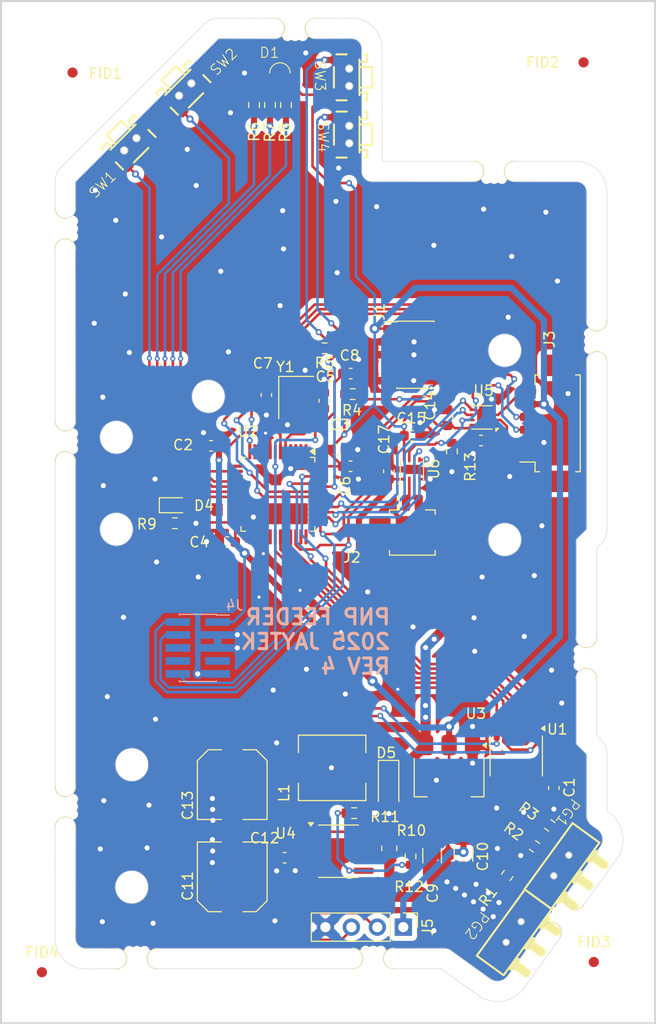
<source format=kicad_pcb>
(kicad_pcb (version 20241229) (generator "pcbnew") (generator_version "9.0")
  (layers (0 "F.Cu" signal) (2 "B.Cu" signal) (13 "F.Paste" user) (15 "B.Paste" user) (5 "F.SilkS" user "F.Silkscreen") (7 "B.SilkS" user "B.Silkscreen") (1 "F.Mask" user) (3 "B.Mask" user) (25 "Edge.Cuts" user))
  (net 0 "")
  (net 1 "+3V3")
  (net 2 "GND")
  (net 3 "/MCU/RCC_OSC_IN")
  (net 4 "/MCU/RCC_OSC_OUT")
  (net 5 "/MCU/NRST")
  (net 6 "+10V")
  (net 7 "+VDC")
  (net 8 "Net-(U4-TC)")
  (net 9 "Net-(D1-R)")
  (net 10 "Net-(D1-B)")
  (net 11 "Net-(D1-G)")
  (net 12 "Net-(D4-K)")
  (net 13 "Net-(D5-K)")
  (net 14 "/MCU/SYS_SWDIO")
  (net 16 "/MCU/SYS_SWCLK")
  (net 19 "Net-(J2-Pin_1)")
  (net 20 "Net-(J2-Pin_2)")
  (net 21 "/DRIVE/QUAD_B")
  (net 22 "Net-(J3-Pin_6)")
  (net 23 "Net-(J3-Pin_1)")
  (net 24 "/DRIVE/QUAD_A")
  (net 25 "/MCU/I2C1_SCL")
  (net 26 "/MCU/I2C1_SDA")
  (net 27 "/RS485/RS485+")
  (net 28 "/RS485/RS485-")
  (net 29 "/MCU/BOOT0")
  (net 30 "/IO/LED_R")
  (net 31 "/IO/LED_G")
  (net 32 "/IO/LED_B")
  (net 33 "Net-(U4-DC)")
  (net 34 "Net-(U4-Vfb)")
  (net 35 "/DRIVE/ENABLE")
  (net 36 "/IO/SWITCH_1")
  (net 37 "/IO/SWITCH_2")
  (net 38 "/MCU/RECEIVE_ENABLE")
  (net 39 "/MCU/USART1_TX")
  (net 40 "/MCU/DRIVER_ENABLE")
  (net 41 "/MCU/USART1_RX")
  (net 44 "/DRIVE/PEEL_MOTOR_B")
  (net 45 "/DRIVE/FEED_MOTOR_A")
  (net 48 "/DRIVE/PEEL_MOTOR_A")
  (net 52 "/DRIVE/FEED_MOTOR_B")
  (footprint "Panelization:mouse-bite-2mm-slot" (layer "F.Cu") (at 160.79 65.37)
    (property "Reference" "mouse-bite-2mm-slot" (hide yes))
    (property "Value" "VAL**" (hide yes))
  )
  (footprint "Connector_Molex:Molex_PicoBlade_53261-0671_1x06-1MP_P1.25mm_Horizontal" (layer "F.Cu") (at 166.5 90.035 90)
    (property "Reference" "J3")
    (property "Value" "Conn_01x06_Socket")
  )
  (footprint "Resistor_SMD:R_0603_1608Metric" (layer "F.Cu") (at 156.66 92.775 -90)
    (property "Reference" "R13")
    (property "Value" "10K")
  )
  (footprint "Capacitor_SMD:C_0603_1608Metric" (layer "F.Cu") (at 146.74 94.235)
    (property "Reference" "C6")
    (property "Value" "100nF")
  )
  (footprint "Package_SON:WSON-8-1EP_2x2mm_P0.5mm_EP0.9x1.6mm" (layer "F.Cu") (at 159.58 89.455 180)
    (property "Reference" "U5")
    (property "Value" "DRV8837")
  )
  (footprint "Capacitor_SMD:C_0603_1608Metric" (layer "F.Cu") (at 145.44 92.605)
    (property "Reference" "C3")
    (property "Value" "100nF")
  )
  (footprint "Fiducial:Fiducial_1mm_Mask2mm" (layer "F.Cu") (at 116.54 143.725)
    (property "Reference" "FID4")
    (property "Value" "Fiducial")
  )
  (footprint "feeder:POGO_3" (layer "F.Cu") (at 167.1189 133.1098 -126)
    (property "Reference" "PG1")
    (property "Value" "~")
    (fp_circle (center 1.25 -0.3) (end 1.55 -0.3) (stroke (width 0.1)) (fill no) (layer "Edge.Cuts"))
    (fp_circle (center -1.25 -0.3) (end -0.95 -0.3) (stroke (width 0.1)) (fill no) (layer "Edge.Cuts"))
  )
  (footprint "Capacitor_SMD:C_0603_1608Metric" (layer "F.Cu") (at 133.09 92.235 180)
    (property "Reference" "C2")
    (property "Value" "100nF")
  )
  (footprint "Resistor_SMD:R_0603_1608Metric" (layer "F.Cu") (at 146.95 87.175)
    (property "Reference" "R4")
    (property "Value" "10K")
  )
  (footprint "feeder:SMNR6045" (layer "F.Cu") (at 144.94 123.735 180)
    (property "Reference" "L1")
    (property "Value" "220uH" (hide yes))
  )
  (footprint "Panelization:mouse-bite-2mm-slot" (layer "F.Cu") (at 118.83 70.99 90)
    (property "Reference" "mouse-bite-2mm-slot" (hide yes))
    (property "Value" "VAL**" (hide yes))
  )
  (footprint "Resistor_SMD:R_0603_1608Metric" (layer "F.Cu") (at 152.61 132.395 90)
    (property "Reference" "R12")
    (property "Value" "39K")
  )
  (footprint "Crystal:Crystal_SMD_3225-4Pin_3.2x2.5mm" (layer "F.Cu") (at 141.425 87.505 -90)
    (property "Reference" "Y1")
    (property "Value" "8Mhz")
  )
  (footprint "Capacitor_SMD:C_0603_1608Metric" (layer "F.Cu") (at 134.69 101.645 180)
    (property "Reference" "C4")
    (property "Value" "100nF")
  )
  (footprint "Resistor_SMD:R_0603_1608Metric" (layer "F.Cu") (at 164.74 131.415 -36)
    (property "Reference" "R2")
    (property "Value" "10K")
  )
  (footprint "Capacitor_SMD:C_0603_1608Metric" (layer "F.Cu") (at 166.63 125.695 -90)
    (property "Reference" "C1")
    (property "Value" "100nF")
  )
  (footprint "Diode_SMD:D_SOD-123" (layer "F.Cu") (at 150.46 125.365 -90)
    (property "Reference" "D5")
    (property "Value" "1N5819" (hide yes))
  )
  (footprint "Panelization:mouse-bite-2mm-slot" (layer "F.Cu") (at 125.84 142.4)
    (property "Reference" "mouse-bite-2mm-slot" (hide yes))
    (property "Value" "VAL**" (hide yes))
  )
  (footprint "Package_SON:WSON-8-1EP_2x2mm_P0.5mm_EP0.9x1.6mm" (layer "F.Cu") (at 152.7375 94.5425 90)
    (property "Reference" "U6")
    (property "Value" "DRV8837")
  )
  (footprint "feeder:1TS003B-1400-3500A-CT" (layer "F.Cu") (at 125.19 62.74 45)
    (property "Reference" "SW1")
    (property "Value" "~")
    (fp_circle (center -0.85 0) (end -0.499999 0) (stroke (width 0.1)) (fill no) (layer "Edge.Cuts"))
    (fp_circle (center 0.85 0) (end 1.2 0) (stroke (width 0.1)) (fill no) (layer "Edge.Cuts"))
  )
  (footprint "Resistor_SMD:R_0603_1608Metric" (layer "F.Cu") (at 140.424 58.894 -90)
    (property "Reference" "R8")
    (property "Value" "1K")
  )
  (footprint "Capacitor_SMD:C_0603_1608Metric" (layer "F.Cu") (at 150.49 94.7175 90)
    (property "Reference" "C17")
    (property "Value" "100nF")
  )
  (footprint "Capacitor_SMD:C_Elec_6.3x7.7" (layer "F.Cu") (at 135.16 125.375 -90)
    (property "Reference" "C13")
    (property "Value" "470uF" (hide yes))
  )
  (footprint "Capacitor_SMD:C_0603_1608Metric" (layer "F.Cu") (at 146.75 85.165)
    (property "Reference" "C8")
    (property "Value" "100nF")
  )
  (footprint "Capacitor_SMD:C_1206_3216Metric" (layer "F.Cu") (at 154.72 132.315 -90)
    (property "Reference" "C9")
    (property "Value" "22uF")
  )
  (footprint "Panelization:mouse-bite-2mm-slot" (layer "F.Cu") (at 141.31 51.4)
    (property "Reference" "mouse-bite-2mm-slot" (hide yes))
    (property "Value" "VAL**" (hide yes))
  )
  (footprint "Resistor_SMD:R_0603_1608Metric" (layer "F.Cu") (at 147.09 128.165)
    (property "Reference" "R11")
    (property "Value" "5.6K")
  )
  (footprint "Panelization:mouse-bite-2mm-slot" (layer "F.Cu") (at 148.96 142.38)
    (property "Reference" "mouse-bite-2mm-slot" (hide yes))
    (property "Value" "VAL**" (hide yes))
  )
  (footprint "Resistor_SMD:R_0603_1608Metric" (layer "F.Cu") (at 138.86 58.894 -90)
    (property "Reference" "R7")
    (property "Value" "1K")
  )
  (footprint "Connector_PinHeader_1.27mm:PinHeader_2x05_P1.27mm_Vertical_SMD" (layer "F.Cu") (at 153.09 83.325)
    (property "Reference" "J1")
    (property "Value" "Conn_ARM_JTAG_SWD_10")
  )
  (footprint "Capacitor_SMD:C_0603_1608Metric" (layer "F.Cu") (at 156.23 89.475 90)
    (property "Reference" "C14")
    (property "Value" "100nF")
  )
  (footprint "Resistor_SMD:R_0805_2012Metric" (layer "F.Cu") (at 150.53 131.605 -90)
    (property "Reference" "R10")
    (property "Value" ".33")
  )
  (footprint "feeder:1TS003B-1400-3500A-CT" (layer "F.Cu") (at 130.56 57.38 45)
    (property "Reference" "SW2")
    (property "Value" "~")
    (fp_circle (center -0.85 0) (end -0.499999 0) (stroke (width 0.1)) (fill no) (layer "Edge.Cuts"))
    (fp_circle (center 0.85 0) (end 1.2 0) (stroke (width 0.1)) (fill no) (layer "Edge.Cuts"))
  )
  (footprint "feeder:1TS003B-1400-3500A-CT" (layer "F.Cu") (at 146.615 61.79 -90)
    (property "Reference" "SW4")
    (property "Value" "~")
    (fp_circle (center -0.85 0) (end -0.5 0) (stroke (width 0.1)) (fill no) (layer "Edge.Cuts"))
    (fp_circle (center 0.85 0) (end 1.2 0) (stroke (width 0.1)) (fill no) (layer "Edge.Cuts"))
  )
  (footprint "Capacitor_SMD:C_1206_3216Metric" (layer "F.Cu") (at 157.79 132.165 -90)
    (property "Reference" "C10")
    (property "Value" "22uF")
  )
  (footprint "Panelization:mouse-bite-2mm-slot" (layer "F.Cu") (at 170.83 81.99 90)
    (property "Reference" "mouse-bite-2mm-slot" (hide yes))
    (property "Value" "VAL**" (hide yes))
  )
  (footprint "Resistor_SMD:R_0603_1608Metric" (layer "F.Cu") (at 166.23 129.360078 -36)
    (property "Reference" "R3")
    (property "Value" "10K")
  )
  (footprint "Resistor_SMD:R_0603_1608Metric" (layer "F.Cu") (at 144.205 82.695 180)
    (property "Reference" "R5")
    (property "Value" "10K")
  )
  (footprint "Package_SO:SOIC-8_3.9x4.9mm_P1.27mm" (layer "F.Cu") (at 162.95 122.575 -90)
    (property "Reference" "U1")
    (property "Value" "MAX3078E")
  )
  (footprint "Package_TO_SOT_SMD:SOT-223-3_TabPin2" (layer "F.Cu") (at 156.38 124.655 -90)
    (property "Reference" "U3")
    (property "Value" "AMS1117-3.3")
  )
  (footprint "Connector_PinHeader_2.54mm:PinHeader_1x04_P2.54mm_Vertical" (layer "F.Cu") (at 151.9 139.315 -90)
    (property "Reference" "J5")
    (property "Value" "UART")
  )
  (footprint "Fiducial:Fiducial_1mm_Mask2mm" (layer "F.Cu") (at 169.54 54.725)
    (property "Reference" "FID2")
    (property "Value" "Fiducial")
  )
  (footprint "Connector_Molex:Molex_PicoBlade_53261-0271_1x02-1MP_P1.25mm_Horizontal" (layer "F.Cu") (at 152.785 100.215)
    (property "Reference" "J2")
    (property "Value" "PEEL_MOTOR")
  )
  (footprint "feeder:1TS003B-1400-3500A-CT" (layer "F.Cu") (at 146.61 56.19 -90)
    (property "Reference" "SW3")
    (property "Value" "~")
    (fp_circle (center -0.85 0) (end -0.5 0) (stroke (width 0.1)) (fill no) (layer "Edge.Cuts"))
    (fp_circle (center 0.85 0) (end 1.2 0) (stroke (width 0.1)) (fill no) (layer "Edge.Cuts"))
  )
  (footprint "Capacitor_SMD:C_0603_1608Metric" (layer "F.Cu") (at 159.51 91.715 180)
    (property "Reference" "C16" (hide yes))
    (property "Value" "100nF")
  )
  (footprint "Panelization:mouse-bite-2mm-slot" (layer "F.Cu") (at 169.81 112.98 90)
    (property "Reference" "mouse-bite-2mm-slot" (hide yes))
    (property "Value" "VAL**" (hide yes))
  )
  (footprint "feeder:POGO_3" (layer "F.Cu") (at 162.4511 139.6102 -126)
    (property "Reference" "PG2")
    (property "Value" "~")
    (fp_circle (center 1.25 -0.3) (end 1.55 -0.3) (stroke (width 0.1)) (fill no) (layer "Edge.Cuts"))
    (fp_circle (center -1.25 -0.3) (end -0.95 -0.3) (stroke (width 0.1)) (fill no) (layer "Edge.Cuts"))
  )
  (footprint "Package_SO:SOIC-8_3.9x4.9mm_P1.27mm" (layer "F.Cu") (at 145.56 131.89)
    (property "Reference" "U4")
    (property "Value" "MC34063AD")
  )
  (footprint "Resistor_SMD:R_0603_1608Metric" (layer "F.Cu") (at 137.296 58.894 -90)
    (property "Reference" "R6")
    (property "Value" "1K")
  )
  (footprint "Panelization:mouse-bite-2mm-slot" (layer "F.Cu") (at 167.55 138.21 -126)
    (property "Reference" "mouse-bite-2mm-slot" (hide yes))
    (property "Value" "VAL**" (hide yes))
  )
  (footprint "Panelization:mouse-bite-2mm-slot" (layer "F.Cu") (at 118.83 91.78 90)
    (property "Reference" "mouse-bite-2mm-slot" (hide yes))
    (property "Value" "VAL**" (hide yes))
  )
  (footprint "Resistor_SMD:R_0603_1608Metric" (layer "F.Cu") (at 162.07 134.255 -126)
    (property "Reference" "R1")
    (property "Value" "120")
  )
  (footprint "Resistor_SMD:R_0603_1608Metric" (layer "F.Cu") (at 129.55 99.805)
    (property "Reference" "R9")
    (property "Value" "1K")
  )
  (footprint "Package_QFP:LQFP-48_7x7mm_P0.5mm" (layer "F.Cu") (at 139.63 96.975 -90)
    (property "Reference" "U2")
    (property "Value" "STM32F030C8T6")
  )
  (footprint "Panelization:mouse-bite-2mm-slot" (layer "F.Cu") (at 118.83 127.53 90)
    (property "Reference" "mouse-bite-2mm-slot" (hide yes))
    (property "Value" "VAL**" (hide yes))
  )
  (footprint "Capacitor_SMD:C_0603_1608Metric" (layer "F.Cu") (at 144.16 87.8225 -90)
    (property "Reference" "C5")
    (property "Value" "10pF")
  )
  (footprint "LED_SMD:LED_0603_1608Metric" (layer "F.Cu") (at 129.5125 98.045)
    (property "Reference" "D4")
    (property "Value" "GREEN")
  )
  (footprint "Capacitor_SMD:C_0603_1608Metric" (layer "F.Cu") (at 140.29 132.525)
    (property "Reference" "C12")
    (property "Value" "470pF" (hide yes))
  )
  (footprint "feeder:MHS110FRGBCT" (layer "F.Cu") (at 139.82 56.3425)
    (property "Reference" "D1")
    (property "Value" "~")
  )
  (footprint "Fiducial:Fiducial_1mm_Mask2mm" (layer "F.Cu") (at 170.54 142.725)
    (property "Reference" "FID3")
    (property "Value" "Fiducial")
  )
  (footprint "Capacitor_SMD:C_Elec_6.3x7.7" (layer "F.Cu") (at 135.16 134.395 90)
    (property "Reference" "C11")
    (property "Value" "100uF")
  )
  (footprint "Fiducial:Fiducial_1mm_Mask2mm" (layer "F.Cu") (at 119.54 55.725)
    (property "Reference" "FID1")
    (property "Value" "Fiducial")
  )
  (footprint "Capacitor_SMD:C_0603_1608Metric" (layer "F.Cu") (at 138.505 87.26 90)
    (property "Reference" "C7")
    (property "Value" "10pF")
  )
  (footprint "Capacitor_SMD:C_0603_1608Metric" (layer "F.Cu") (at 152.755 91.260484)
    (property "Reference" "C15")
    (property "Value" "100nF")
  )
  (footprint "Connector_PinHeader_1.27mm:PinHeader_2x05_P1.27mm_Vertical_SMD" (layer "B.Cu") (at 131.79 112.005 180)
    (property "Reference" "J4")
    (property "Value" "Conn_ARM_JTAG_SWD_10")
  )
  (gr_arc (start 117.84 72.965) (mid 118.83 71.975) (end 119.82 72.965) (stroke (width 0.05)) (layer "Edge.Cuts"))
  (gr_arc (start 169.529167 137.174374) (mid 168.134557 137.402118) (end 167.906932 136.007489) (stroke (width 0.05)) (layer "Edge.Cuts"))
  (gr_line (start 160.409897 144.375551) (end 156.531544 141.587985) (stroke (width 0.05)) (layer "Edge.Cuts"))
  (gr_line (start 158.77 64.395) (end 149.83 64.395) (stroke (width 0.05)) (layer "Edge.Cuts"))
  (gr_line (start 112.54 148.725) (end 112.54 48.725) (stroke (width 0.2)) (layer "Edge.Cuts"))
  (gr_line (start 150.92 143.385) (end 155.6 143.385) (stroke (width 0.05)) (layer "Edge.Cuts"))
  (gr_circle (center 125.33 135.4) (end 126.93 135.4) (stroke (width 0.05)) (fill no) (layer "Edge.Cuts"))
  (gr_arc (start 117.82 129.545) (mid 118.83 128.535) (end 119.84 129.545) (stroke (width 0.05)) (layer "Edge.Cuts"))
  (gr_line (start 158.77 66.395) (end 148.8371 66.389959) (stroke (width 0.05)) (layer "Edge.Cuts"))
  (gr_line (start 171.83 122.41) (end 171.83 127.965) (stroke (width 0.05)) (layer "Edge.Cuts"))
  (gr_line (start 119.83 89.805) (end 119.82 72.965) (stroke (width 0.05)) (layer "Edge.Cuts"))
  (gr_arc (start 169.83 84.025) (mid 170.83 83.025) (end 171.83 84.025) (stroke (width 0.05)) (layer "Edge.Cuts"))
  (gr_line (start 149.822893 53.398816) (end 149.83 64.395) (stroke (width 0.05)) (layer "Edge.Cuts"))
  (gr_line (start 168.83 101.4) (end 169.83 100.41) (stroke (width 0.05)) (layer "Edge.Cuts"))
  (gr_line (start 127.81 141.405) (end 146.92 141.405) (stroke (width 0.05)) (layer "Edge.Cuts"))
  (gr_arc (start 119.83 89.805) (mid 118.83 90.805) (end 117.83 89.805) (stroke (width 0.05)) (layer "Edge.Cuts"))
  (gr_line (start 176.54 48.725) (end 176.54 148.725) (stroke (width 0.2)) (layer "Edge.Cuts"))
  (gr_line (start 163.759551 145.21792) (end 167.195231 140.422405) (stroke (width 0.05)) (layer "Edge.Cuts"))
  (gr_line (start 171.83 127.965) (end 172.009928 128.09217) (stroke (width 0.05)) (layer "Edge.Cuts"))
  (gr_arc (start 158.77 64.395) (mid 159.77 65.395) (end 158.77 66.395) (stroke (width 0.05)) (layer "Edge.Cuts"))
  (gr_arc (start 170.3425 129.362499) (mid 169.953761 128.909301) (end 169.83 128.325187) (stroke (width 0.05)) (layer "Edge.Cuts"))
  (gr_arc (start 171.83 100.41) (mid 171.67583 101.180008) (end 171.237088 101.831303) (stroke (width 0.05)) (layer "Edge.Cuts"))
  (gr_arc (start 150.92 143.385) (mid 149.93 142.395) (end 150.92 141.405) (stroke (width 0.05)) (layer "Edge.Cuts"))
  (gr_arc (start 127.81 143.385) (mid 126.82 142.395) (end 127.81 141.405) (stroke (width 0.05)) (layer "Edge.Cuts"))
  (gr_line (start 143.27 52.405) (end 146.83 52.399982) (stroke (width 0.05)) (layer "Edge.Cuts"))
  (gr_arc (start 170.855 129.725001) (mid 171.376315 130.519894) (end 171.18 131.449994) (stroke (width 0.05)) (layer "Edge.Cuts"))
  (gr_arc (start 168.83 66.399662) (mid 169.53712 66.692553) (end 169.830038 67.399661) (stroke (width 0.05)) (layer "Edge.Cuts"))
  (gr_line (start 169.83 122.41) (end 169.83 128.325) (stroke (width 0.05)) (layer "Edge.Cuts"))
  (gr_arc (start 170.83 110.975) (mid 169.83 111.975) (end 168.83 110.975) (stroke (width 0.05)) (layer "Edge.Cuts"))
  (gr_line (start 176.54 148.725) (end 112.54 148.725) (stroke (width 0.2)) (layer "Edge.Cuts"))
  (gr_arc (start 146.92 141.405) (mid 147.91 142.395) (end 146.92 143.385) (stroke (width 0.05)) (layer "Edge.Cuts"))
  (gr_arc (start 162.14 144.048682) (mid 161.342191 144.573891) (end 160.407503 144.377163) (stroke (width 0.05)) (layer "Edge.Cuts"))
  (gr_line (start 112.54 48.725) (end 176.54 48.725) (stroke (width 0.2)) (layer "Edge.Cuts"))
  (gr_arc (start 123.81 141.405) (mid 124.8 142.395) (end 123.81 143.385) (stroke (width 0.05)) (layer "Edge.Cuts"))
  (gr_arc (start 162.77 66.395) (mid 161.77 65.395) (end 162.77 64.395) (stroke (width 0.05)) (layer "Edge.Cuts"))
  (gr_arc (start 171.83 80.025) (mid 170.83 81.025) (end 169.83 80.025) (stroke (width 0.05)) (layer "Edge.Cuts"))
  (gr_arc (start 119.83 125.545) (mid 118.83 126.545) (end 117.83 125.545) (stroke (width 0.05)) (layer "Edge.Cuts"))
  (gr_arc (start 168.83 114.975) (mid 169.83 113.975) (end 170.83 114.975) (stroke (width 0.05)) (layer "Edge.Cuts"))
  (gr_line (start 117.82995 68.965) (end 117.83 66.4) (stroke (width 0.05)) (layer "Edge.Cuts"))
  (gr_circle (center 125.34 123.425) (end 126.94 123.425) (stroke (width 0.05)) (fill no) (layer "Edge.Cuts"))
  (gr_arc (start 120.83 143.4) (mid 118.71222 142.524855) (end 117.830017 140.410006) (stroke (width 0.05)) (layer "Edge.Cuts"))
  (gr_arc (start 139.27 50.405) (mid 140.27 51.405) (end 139.27 52.405) (stroke (width 0.05)) (layer "Edge.Cuts"))
  (gr_line (start 119.83 66.4) (end 133.83 52.4) (stroke (width 0.05)) (layer "Edge.Cuts"))
  (gr_line (start 171.83 100.41) (end 171.83 84.025) (stroke (width 0.05)) (layer "Edge.Cuts"))
  (gr_line (start 119.83 68.975) (end 119.83 66.4) (stroke (width 0.05)) (layer "Edge.Cuts"))
  (gr_line (start 169.83 84.025) (end 169.83 100.41) (stroke (width 0.05)) (layer "Edge.Cuts"))
  (gr_line (start 171.83 67.415) (end 171.83 80.025) (stroke (width 0.05)) (layer "Edge.Cuts"))
  (gr_arc (start 117.83 66.4) (mid 117.981878 65.635511) (end 118.414444 64.98713) (stroke (width 0.05)) (layer "Edge.Cuts"))
  (gr_arc (start 146.83 52.399982) (mid 147.534605 52.693316) (end 147.822893 53.4) (stroke (width 0.05)) (layer "Edge.Cuts"))
  (gr_arc (start 171.251231 121.002839) (mid 171.679657 121.649231) (end 171.83 122.41) (stroke (width 0.05)) (layer "Edge.Cuts"))
  (gr_line (start 119.83 93.805) (end 119.83 125.545) (stroke (width 0.05)) (layer "Edge.Cuts"))
  (gr_circle (center 123.83 100.4) (end 125.43 100.4) (stroke (width 0.05)) (fill no) (layer "Edge.Cuts"))
  (gr_line (start 147.83 65.4) (end 147.822893 53.4) (stroke (width 0.05)) (layer "Edge.Cuts"))
  (gr_arc (start 168.831017 64.399661) (mid 170.957109 65.284129) (end 171.83 67.415) (stroke (width 0.05)) (layer "Edge.Cuts"))
  (gr_line (start 123.81 143.385) (end 120.83 143.4) (stroke (width 0.05)) (layer "Edge.Cuts"))
  (gr_line (start 117.83 125.545) (end 117.83 93.805) (stroke (width 0.05)) (layer "Edge.Cuts"))
  (gr_arc (start 146.83 50.400001) (mid 148.946299 51.276601) (end 149.822899 53.3929) (stroke (width 0.05)) (layer "Edge.Cuts"))
  (gr_line (start 133.83 50.400001) (end 139.27 50.405) (stroke (width 0.05)) (layer "Edge.Cuts"))
  (gr_arc (start 172.009929 128.09217) (mid 173.34863 130.188267) (end 172.805421 132.615336) (stroke (width 0.05)) (layer "Edge.Cuts"))
  (gr_arc (start 119.83 68.975) (mid 118.825 69.965037) (end 117.82995 68.965) (stroke (width 0.05)) (layer "Edge.Cuts"))
  (gr_line (start 167.906932 136.007489) (end 171.18 131.449994) (stroke (width 0.05)) (layer "Edge.Cuts"))
  (gr_arc (start 117.83 93.805) (mid 118.83 92.805) (end 119.83 93.805) (stroke (width 0.05)) (layer "Edge.Cuts"))
  (gr_arc (start 132.415787 50.985786) (mid 133.064633 50.552241) (end 133.83 50.4) (stroke (width 0.05)) (layer "Edge.Cuts"))
  (gr_arc (start 155.947908 141.4) (mid 156.254488 141.448158) (end 156.531541 141.587988) (stroke (width 0.05)) (layer "Edge.Cuts"))
  (gr_arc (start 120.83 141.40005) (mid 120.126402 141.110669) (end 119.83 140.41) (stroke (width 0.05)) (layer "Edge.Cuts"))
  (gr_line (start 117.83 89.805) (end 117.84 72.965) (stroke (width 0.05)) (layer "Edge.Cuts"))
  (gr_line (start 117.82 129.545) (end 117.830017 140.410099) (stroke (width 0.05)) (layer "Edge.Cuts"))
  (gr_line (start 170.83 120.585) (end 171.251232 121.00284) (stroke (width 0.05)) (layer "Edge.Cuts"))
  (gr_circle (center 123.83 91.4) (end 123.83 93) (stroke (width 0.05)) (fill no) (layer "Edge.Cuts"))
  (gr_line (start 119.84 129.545) (end 119.829984 140.407352) (stroke (width 0.05)) (layer "Edge.Cuts"))
  (gr_arc (start 143.27 52.405) (mid 142.27 51.405) (end 143.27 50.405) (stroke (width 0.05)) (layer "Edge.Cuts"))
  (gr_line (start 165.574774 139.25759) (end 162.14 144.04868) (stroke (width 0.05)) (layer "Edge.Cuts"))
  (gr_line (start 169.83 80.025) (end 169.830038 67.3997) (stroke (width 0.05)) (layer "Edge.Cuts"))
  (gr_line (start 170.83 110.975) (end 170.829313 102.235) (stroke (width 0.05)) (layer "Edge.Cuts"))
  (gr_line (start 159.242625 145.999582) (end 155.6 143.385) (stroke (width 0.05)) (layer "Edge.Cuts"))
  (gr_circle (center 161.83 101.4) (end 163.43 101.4) (stroke (width 0.05)) (fill no) (layer "Edge.Cuts"))
  (gr_line (start 146.83 50.400001) (end 143.27 50.405) (stroke (width 0.05)) (layer "Edge.Cuts"))
  (gr_circle (center 161.83 82.9) (end 163.43 82.9) (stroke (width 0.05)) (fill no) (layer "Edge.Cuts"))
  (gr_line (start 168.83 114.975) (end 168.83 121.4) (stroke (width 0.05)) (layer "Edge.Cuts"))
  (gr_line (start 172.805421 132.615336) (end 169.529167 137.174373) (stroke (width 0.05)) (layer "Edge.Cuts"))
  (gr_line (start 118.415786 64.985786) (end 132.415786 50.985786) (stroke (width 0.05)) (layer "Edge.Cuts"))
  (gr_line (start 168.83 66.399662) (end 162.77 66.395) (stroke (width 0.05)) (layer "Edge.Cuts"))
  (gr_arc (start 163.759551 145.217922) (mid 161.663163 146.545326) (end 159.242624 145.999582) (stroke (width 0.05)) (layer "Edge.Cuts"))
  (gr_line (start 171.237089 101.831302) (end 170.829313 102.235) (stroke (width 0.05)) (layer "Edge.Cuts"))
  (gr_circle (center 132.83 87.4) (end 134.43 87.4) (stroke (width 0.05)) (fill no) (layer "Edge.Cuts"))
  (gr_line (start 146.92 143.385) (end 127.81 143.385) (stroke (width 0.05)) (layer "Edge.Cuts"))
  (gr_line (start 170.83 114.975) (end 170.83 120.585) (stroke (width 0.05)) (layer "Edge.Cuts"))
  (gr_line (start 139.27 52.405) (end 133.83 52.4) (stroke (width 0.05)) (layer "Edge.Cuts"))
  (gr_line (start 170.3425 129.3625) (end 170.855 129.725) (stroke (width 0.05)) (layer "Edge.Cuts"))
  (gr_line (start 168.83 121.4) (end 169.83 122.41) (stroke (width 0.05)) (layer "Edge.Cuts"))
  (gr_arc (start 148.837119 66.389959) (mid 148.131046 66.101026) (end 147.830074 65.4) (stroke (width 0.05)) (layer "Edge.Cuts"))
  (gr_line (start 123.81 141.405) (end 120.83 141.40005) (stroke (width 0.05)) (layer "Edge.Cuts"))
  (gr_line (start 150.92 141.405) (end 155.947908 141.400001) (stroke (width 0.05)) (layer "Edge.Cuts"))
  (gr_arc (start 165.574774 139.257588) (mid 166.967409 139.029771) (end 167.195231 140.422405) (stroke (width 0.05)) (layer "Edge.Cuts"))
  (gr_line (start 168.83 101.4) (end 168.83 110.975) (stroke (width 0.05)) (layer "Edge.Cuts"))
  (gr_line (start 168.83 64.399661) (end 162.77 64.395) (stroke (width 0.05)) (layer "Edge.Cuts"))
  (gr_text "PNP FEEDER\n2025 JAYTEK\nREV 4\n" (at 150.78 114.685 0) (layer "B.SilkS") (effects (font (size 1.5 1.5) (thickness 0.3) (bold yes)) (justify left bottom mirror)))
  (segment (start 138.38 91.915) (end 138.38 92.8125) (width 0.254) (layer "F.Cu") (net 1))
  (segment (start 164.85 123.805) (end 164.13 123.085) (width 0.254) (layer "F.Cu") (net 1))
  (segment (start 165.21 125.05) (end 165.562561 125.402561) (width 0.254) (layer "F.Cu") (net 1))
  (segment (start 141.23 57.103) (end 142.017 57.89) (width 0.254) (layer "F.Cu") (net 1))
  (segment (start 135.465 101.645) (end 135.465 101.82) (width 0.254) (layer "F.Cu") (net 1))
  (segment (start 164.85 125.045) (end 164.85 123.805) (width 0.254) (layer "F.Cu") (net 1))
  (segment (start 151.9875 93.5925) (end 151.98 93.585) (width 0.254) (layer "F.Cu") (net 1))
  (segment (start 157.79 131.965) (end 157.79 130.69) (width 0.6) (layer "F.Cu") (net 1))
  (segment (start 141.39 56.2275) (end 141.23 56.0675) (width 0.2) (layer "F.Cu") (net 1))
  (segment (start 158.33 90.505) (end 156.925 90.505) (width 0.254) (layer "F.Cu") (net 1))
  (segment (start 144.665 92.605) (end 144.665 92.935) (width 0.254) (layer "F.Cu") (net 1))
  (segment (start 130.3 98.045) (end 131.36 98.045) (width 0.254) (layer "F.Cu") (net 1))
  (segment (start 156.92 124.585) (end 156.38 124.045) (width 0.254) (layer "F.Cu") (net 1))
  (segment (start 155.285 90.25) (end 153.97 88.935) (width 0.254) (layer "F.Cu") (net 1))
  (segment (start 137.4 90.935) (end 138.38 91.915) (width 0.254) (layer "F.Cu") (net 1))
  (segment (start 146.59 66.53) (end 144.66 66.53) (width 0.254) (layer "F.Cu") (net 1))
  (segment (start 136.375 102.73) (end 148.89 115.245) (width 0.6) (layer "F.Cu") (net 1))
  (segment (start 142.5875 92.605) (end 142.38 92.8125) (width 0.254) (layer "F.Cu") (net 1))
  (segment (start 135.465 99.7275) (end 135.4675 99.725) (width 0.254) (layer "F.Cu") (net 1))
  (segment (start 141.23 57.103) (end 141.23 56.0675) (width 0.254) (layer "F.Cu") (net 1))
  (segment (start 134.915 92.235) (end 136.215 90.935) (width 0.254) (layer "F.Cu") (net 1))
  (segment (start 135.465 101.82) (end 136.375 102.73) (width 0.6) (layer "F.Cu") (net 1))
  (segment (start 133.865 92.235) (end 134.915 92.235) (width 0.254) (layer "F.Cu") (net 1))
  (segment (start 157.79 130.69) (end 157.79 129.215) (width 0.6) (layer "F.Cu") (net 1))
  (segment (start 158.63 90.205) (end 158.33 90.505) (width 0.254) (layer "F.Cu") (net 1))
  (segment (start 165.562561 125.402561) (end 165.562561 128.875156) (width 0.254) (layer "F.Cu") (net 1))
  (segment (start 133.04 99.725) (end 135.4675 99.725) (width 0.254) (layer "F.Cu") (net 1))
  (segment (start 165.562561 128.875156) (end 164.072561 130.930078) (width 0.254) (layer "F.Cu") (net 1))
  (segment (start 133.63 92.47) (end 133.865 92.235) (width 0.254) (layer "F.Cu") (net 1))
  (segment (start 149.1 80.765) (end 151.12 80.765) (width 0.254) (layer "F.Cu") (net 1))
  (segment (start 144.66 66.53) (end 143.02 64.89) (width 0.254) (layer "F.Cu") (net 1))
  (segment (start 143.02 64.89) (end 143.02 59.11) (width 0.254) (layer "F.Cu") (net 1))
  (segment (start 156.38 121.505) (end 156.38 119.695) (width 0.6) (layer "F.Cu") (net 1))
  (segment (start 151.12 80.765) (end 151.14 80.785) (width 0.254) (layer "F.Cu") (net 1))
  (segment (start 156.925 90.505) (end 156.67 90.25) (width 0.254) (layer "F.Cu") (net 1))
  (segment (start 164.13 123.085) (end 160.52 123.085) (width 0.254) (layer "F.Cu") (net 1))
  (segment (start 145.965 94.235) (end 143.8025 94.235) (width 0.254) (layer "F.Cu") (net 1))
  (segment (start 157.79 129.215) (end 156.38 127.805) (width 0.6) (layer "F.Cu") (net 1))
  (segment (start 146.125 91.145) (end 146.125 87.175) (width 0.254) (layer "F.Cu") (net 1))
  (segment (start 144.665 92.935) (end 145.965 94.235) (width 0.254) (layer "F.Cu") (net 1))
  (segment (start 144.24 57.89) (end 145.21 57.89) (width 0.254) (layer "F.Cu") (net 1))
  (segment (start 142.017 57.89) (end 145.21 57.89) (width 0.254) (layer "F.Cu") (net 1))
  (segment (start 160.52 123.085) (end 159.02 124.585) (width 0.254) (layer "F.Cu") (net 1))
  (segment (start 164.1 88.16) (end 165.66 88.16) (width 0.6) (layer "F.Cu") (net 1))
  (segment (start 136.215 90.935) (end 137.4 90.935) (width 0.254) (layer "F.Cu") (net 1))
  (segment (start 144.665 92.605) (end 142.5875 92.605) (width 0.254) (layer "F.Cu") (net 1))
  (segment (start 151.98 91.260484) (end 151.98 90.339515) (width 0.254) (layer "F.Cu") (net 1))
  (segment (start 156.67 90.25) (end 155.285 90.25) (width 0.254) (layer "F.Cu") (net 1))
  (segment (start 164.855 125.05) (end 164.85 125.045) (width 0.254) (layer "F.Cu") (net 1))
  (segment (start 164.855 125.05) (end 165.21 125.05) (width 0.254) (layer "F.Cu") (net 1))
  (segment (start 143.02 59.11) (end 144.24 57.89) (width 0.254) (layer "F.Cu") (net 1))
  (segment (start 151.98 89.745) (end 151.98 90.339515) (width 0.254) (layer "F.Cu") (net 1))
  (segment (start 166.63 124.92) (end 164.985 124.92) (width 0.254) (layer "F.Cu") (net 1))
  (segment (start 153.97 88.935) (end 152.79 88.935) (width 0.254) (layer "F.Cu") (net 1))
  (segment (start 151.98 93.585) (end 151.98 91.260484) (width 0.254) (layer "F.Cu") (net 1))
  (segment (start 156.38 124.045) (end 156.38 121.505) (width 0.254) (layer "F.Cu") (net 1))
  (segment (start 152.79 88.935) (end 151.98 89.745) (width 0.254) (layer "F.Cu") (net 1))
  (segment (start 135.465 101.645) (end 135.465 99.7275) (width 0.254) (layer "F.Cu") (net 1))
  (segment (start 133.865 93.645) (end 133.865 92.235) (width 0.6) (layer "F.Cu") (net 1))
  (segment (start 143.8025 94.235) (end 143.7925 94.225) (width 0.254) (layer "F.Cu") (net 1))
  (segment (start 144.665 92.605) (end 146.125 91.145) (width 0.254) (layer "F.Cu") (net 1))
  (segment (start 164.985 124.92) (end 164.855 125.05) (width 0.254) (layer "F.Cu") (net 1))
  (segment (start 159.02 124.585) (end 156.92 124.585) (width 0.254) (layer "F.Cu") (net 1))
  (segment (start 131.36 98.045) (end 133.04 99.725) (width 0.254) (layer "F.Cu") (net 1))
  (via (at 136.375 102.73) (size 1) (drill 0.5) (layers "F.Cu" "B.Cu") (net 1))
  (via (at 133.865 93.645) (size 0.7) (drill 0.35) (layers "F.Cu" "B.Cu") (net 1))
  (via (at 165.66 88.16) (size 1) (drill 0.5) (layers "F.Cu" "B.Cu") (net 1))
  (via (at 146.125 91.145) (size 0.6) (drill 0.3) (layers "F.Cu" "B.Cu") (net 1))
  (via (at 149.1 80.765) (size 1) (drill 0.5) (layers "F.Cu" "B.Cu") (net 1))
  (via (at 151.98 90.339515) (size 0.6) (drill 0.3) (layers "F.Cu" "B.Cu") (net 1))
  (via (at 157.79 131.965) (size 1) (drill 0.5) (layers "F.Cu" "B.Cu") (net 1))
  (via (at 146.59 66.53) (size 0.6) (drill 0.3) (layers "F.Cu" "B.Cu") (net 1))
  (via (at 156.38 119.695) (size 1) (drill 0.5) (layers "F.Cu" "B.Cu") (net 1))
  (via (at 148.89 115.245) (size 1) (drill 0.5) (layers "F.Cu" "B.Cu") (net 1))
  (segment (start 167.23 89.73) (end 167.23 110.879372) (width 0.6) (layer "B.Cu") (net 1))
  (segment (start 167.23 110.879372) (end 159.989372 118.12) (width 0.6) (layer "B.Cu") (net 1))
  (segment (start 136.375 102.73) (end 136.375 108.37) (width 0.254) (layer "B.Cu") (net 1))
  (segment (start 157.79 131.965) (end 156.555 131.965) (width 0.6) (layer "B.Cu") (net 1))
  (segment (start 151.9 136.62) (end 151.9 139.315) (width 0.6) (layer "B.Cu") (net 1))
  (segment (start 133.865 100.22) (end 133.865 93.645) (width 0.6) (layer "B.Cu") (net 1))
  (segment (start 165.66 88.16) (end 165.66 79.975) (width 0.6) (layer "B.Cu") (net 1))
  (segment (start 149.1 88.105) (end 149.1 88.355) (width 0.254) (layer "B.Cu") (net 1))
  (segment (start 151.975485 90.335) (end 151.98 90.339515) (width 0.254) (layer "B.Cu") (net 1))
  (segment (start 156.289 119.786) (end 153.426 119.786) (width 0.6) (layer "B.Cu") (net 1))
  (segment (start 162.47 76.785) (end 153.08 76.785) (width 0.6) (layer "B.Cu") (net 1))
  (segment (start 149.1 88.105) (end 146.17 91.035) (width 0.254) (layer "B.Cu") (net 1))
  (segment (start 136.375 102.73) (end 133.865 100.22) (width 0.6) (layer "B.Cu") (net 1))
  (segment (start 156.38 119.67) (end 156.38 119.695) (width 0.6) (layer "B.Cu") (net 1))
  (segment (start 165.66 79.975) (end 162.47 76.785) (width 0.6) (layer "B.Cu") (net 1))
  (segment (start 159.989372 118.12) (end 157.93 118.12) (width 0.6) (layer "B.Cu") (net 1))
  (segment (start 149.1 77.485) (end 149.1 80.765) (width 0.254) (layer "B.Cu") (net 1))
  (segment (start 149.1 80.765) (end 149.1 88.105) (width 0.254) (layer "B.Cu") (net 1))
  (segment (start 151.08 90.335) (end 151.975485 90.335) (width 0.254) (layer "B.Cu") (net 1))
  (segment (start 136.375 108.37) (end 135.28 109.465) (width 0.254) (layer "B.Cu") (net 1))
  (segment (start 156.555 131.965) (end 151.9 136.62) (width 0.6) (layer "B.Cu") (net 1))
  (segment (start 156.38 119.695) (end 156.289 119.786) (width 0.6) (layer "B.Cu") (net 1))
  (segment (start 157.93 118.12) (end 156.38 119.67) (width 0.6) (layer "B.Cu") (net 1))
  (segment (start 151.9 139.565) (end 151.91 139.575) (width 0.254) (layer "B.Cu") (net 1))
  (segment (start 148.89 115.25) (end 148.89 115.245) (width 0.6) (layer "B.Cu") (net 1))
  (segment (start 147.268 67.208) (end 147.268 75.653) (width 0.254) (layer "B.Cu") (net 1))
  (segment (start 165.66 88.16) (end 167.23 89.73) (width 0.6) (layer "B.Cu") (net 1))
  (segment (start 149.1 88.355) (end 151.08 90.335) (width 0.254) (layer "B.Cu") (net 1))
  (segment (start 146.59 66.53) (end 147.268 67.208) (width 0.254) (layer "B.Cu") (net 1))
  (segment (start 147.268 75.653) (end 149.1 77.485) (width 0.254) (layer "B.Cu") (net 1))
  (segment (start 135.28 109.465) (end 133.74 109.465) (width 0.254) (layer "B.Cu") (net 1))
  (segment (start 153.426 119.786) (end 148.89 115.25) (width 0.6) (layer "B.Cu") (net 1))
  (segment (start 153.08 76.785) (end 149.1 80.765) (width 0.6) (layer "B.Cu") (net 1))
  (segment (start 143.085 133.795) (end 141.33 133.795) (width 0.6) (layer "F.Cu") (net 2))
  (segment (start 132.65 101.595) (end 133.865 101.595) (width 0.6) (layer "F.Cu") (net 2))
  (segment (start 161.03 127.665) (end 161.045 127.65) (width 0.6) (layer "F.Cu") (net 2))
  (segment (start 140.57 90.175) (end 140.57 88.61) (width 0.6) (layer "F.Cu") (net 2))
  (segment (start 142.44 94.455) (end 142.71 94.725) (width 0.254) (layer "F.Cu") (net 2))
  (segment (start 150.49 128.205) (end 150.49 127.045) (width 0.6) (layer "F.Cu") (net 2))
  (segment (start 158.735 92.985) (end 158.735 91.715) (width 0.6) (layer "F.Cu") (net 2))
  (segment (start 153.53 91.260484) (end 153.53 89.960484) (width 0.6) (layer "F.Cu") (net 2))
  (segment (start 145.215 63.49) (end 145.21 63.495) (width 0.6) (layer "F.Cu") (net 2))
  (segment (start 139.51 132.53) (end 139.515 132.525) (width 0.254) (layer "F.Cu") (net 2))
  (segment (start 135.4675 99.225) (end 137.21 99.225) (width 0.254) (layer "F.Cu") (net 2))
  (segment (start 150.49 93.9425) (end 150.49 92.685) (width 0.6) (layer "F.Cu") (net 2))
  (segment (start 161.045 127.65) (end 161.045 125.05) (width 0.6) (layer "F.Cu") (net 2))
  (segment (start 156.177643 134.887357) (end 154.72 133.79) (width 1.5) (layer "F.Cu") (net 2))
  (segment (start 147.525 83.785) (end 147.525 85.165) (width 0.6) (layer "F.Cu") (net 2))
  (segment (start 159.58 88.615) (end 160.53 87.665) (width 0.6) (layer "F.Cu") (net 2))
  (segment (start 156.665 88.705) (end 156.67 88.7) (width 0.254) (layer "F.Cu") (net 2))
  (segment (start 152.7375 94.5425) (end 151.09 94.5425) (width 0.6) (layer "F.Cu") (net 2))
  (segment (start 160.53 88.705) (end 160.53 87.665) (width 0.254) (layer "F.Cu") (net 2))
  (segment (start 166.63 127.765) (end 166.63 126.47) (width 0.6) (layer "F.Cu") (net 2))
  (segment (start 151.14 82.055) (end 152.94 82.055) (width 0.6) (layer "F.Cu") (net 2))
  (segment (start 158.68 123.275) (end 158.68 121.505) (width 1) (layer "F.Cu") (net 2))
  (segment (start 144.16 85.7225) (end 144.16 87.0475) (width 0.6) (layer "F.Cu") (net 2))
  (segment (start 149.13 128.155) (end 147.925 128.155) (width 0.6) (layer "F.Cu") (net 2))
  (segment (start 160.701757 138.293243) (end 159.709076 137.545924) (width 1.5) (layer "F.Cu") (net 2))
  (segment (start 157.883456 136.171544) (end 157.027697 135.527303) (width 1.5) (layer "F.Cu") (net 2))
  (segment (start 141.96 94.455) (end 142.44 94.455) (width 0.254) (layer "F.Cu") (net 2))
  (segment (start 152.7375 94.5425) (end 153.58 94.5425) (width 0.6) (layer "F.Cu") (net 2))
  (segment (start 158.68 121.505) (end 158.68 119.695) (width 1) (layer "F.Cu") (net 2))
  (segment (start 154.73 133.655) (end 157.775 133.655) (width 1.5) (layer "F.Cu") (net 2))
  (segment (start 145.21 64.695) (end 145.58 65.065) (width 0.6) (layer "F.Cu") (net 2))
  (segment (start 154.95 88.705) (end 156.225 88.705) (width 0.6) (layer "F.Cu") (net 2))
  (segment (start 156.665 93.595) (end 156.66 93.6) (width 0.254) (layer "F.Cu") (net 2))
  (segment (start 151.14 83.325) (end 152.93 83.325) (width 0.6) (layer "F.Cu") (net 2))
  (segment (start 140.57 88.61) (end 140.575 88.605) (width 0.254) (layer "F.Cu") (net 2))
  (segment (start 147.515 95.49) (end 147.51 95.495) (width 0.254) (layer "F.Cu") (net 2))
  (segment (start 147.925 128.155) (end 147.915 128.165) (width 0.254) (layer "F.Cu") (net 2))
  (segment (start 142.71 94.725) (end 143.7925 94.725) (width 0.254) (layer "F.Cu") (net 2))
  (segment (start 152.94 82.055) (end 152.95 82.065) (width 0.254) (layer "F.Cu") (net 2))
  (segment (start 138.505 89.225) (end 138.505 88.035) (width 0.6) (layer "F.Cu") (net 2))
  (segment (start 162.4511 139.6102) (end 160.701757 138.293243) (width 1.5) (layer "F.Cu") (net 2))
  (segment (start 138.88 92.8125) (end 138.88 91.455) (width 0.254) (layer "F.Cu") (net 2))
  (segment (start 130.385 99.815) (end 130.375 99.805) (width 0.254) (layer "F.Cu") (net 2))
  (segment (start 140.88 94.465) (end 141.95 94.465) (width 0.254) (layer "F.Cu") (net 2))
  (segment (start 131.61 99.815) (end 130.385 99.815) (width 0.6) (layer "F.Cu") (net 2))
  (segment (start 145.21 63.495) (end 145.21 64.695) (width 0.6) (layer "F.Cu") (net 2))
  (segment (start 159.709076 137.545924) (end 158.767741 136.837259) (width 1.5) (layer "F.Cu") (net 2))
  (segment (start 151.14 85.865) (end 152.91 85.865) (width 0.6) (layer "F.Cu") (net 2))
  (segment (start 158.68 123.015) (end 158.75 123.085) (width 0.254) (layer "F.Cu") (net 2))
  (segment (start 153.58 94.5425) (end 154.53 95.4925) (width 0.6) (layer "F.Cu") (net 2))
  (segment (start 150.49 127.045) (end 150.46 127.015) (width 0.254) (layer "F.Cu") (net 2))
  (segment (start 139.51 133.805) (end 139.51 132.53) (width 0.6) (layer "F.Cu") (net 2))
  (segment (start 142.275 84.865) (end 142.295 84.845) (width 0.254) (layer "F.Cu") (net 2))
  (segment (start 141.95 94.465) (end 141.96 94.455) (width 0.254) (layer "F.Cu") (net 2))
  (segment (start 133.865 101.595) (end 133.915 101.645) (width 0.254) (layer "F.Cu") (net 2))
  (segment (start 157.775 133.655) (end 157.79 133.64) (width 1.5) (layer "F.Cu") (net 2))
  (segment (start 156.65 94.765) (end 156.665 94.75) (width 0.6) (layer "F.Cu") (net 2))
  (segment (start 151.09 94.5425) (end 150.49 93.9425) (width 0.6) (layer "F.Cu") (net 2))
  (segment (start 153.4875 95.4925) (end 154.53 95.4925) (width 0.254) (layer "F.Cu") (net 2))
  (segment (start 157.027697 135.527303) (end 156.177643 134.887357) (width 1.5) (layer "F.Cu") (net 2))
  (segment (start 158.767741 136.837259) (end 157.883456 136.171544) (width 1.5) (layer "F.Cu") (net 2))
  (segment (start 137.21 99.225) (end 137.23 99.205) (width 0.254) (layer "F.Cu") (net 2))
  (segment (start 142.275 86.405) (end 142.275 84.865) (width 0.6) (layer "F.Cu") (net 2))
  (segment (start 156.665 94.75) (end 156.665 93.595) (width 0.6) (layer "F.Cu") (net 2))
  (segment (start 152.91 85.865) (end 152.92 85.855) (width 0.254) (layer "F.Cu") (net 2))
  (segment (start 147.515 94.235) (end 147.515 95.49) (width 0.6) (layer "F.Cu") (net 2))
  (segment (start 138.88 91.455) (end 138.42 90.995) (width 0.254) (layer "F.Cu") (net 2))
  (segment (start 132.315 92.235) (end 132.315 90.98) (width 0.6) (layer "F.Cu") (net 2))
  (segment (start 147.44 92.605) (end 146.215 92.605) (width 0.6) (layer "F.Cu") (net 2))
  (segment (start 152.93 83.325) (end 152.94 83.335) (width 0.254) (layer "F.Cu") (net 2))
  (segment (start 158.68 119.695) (end 158.67 119.685) (width 1) (layer "F.Cu") (net 2))
  (segment (start 164.1 91.91) (end 165.66 91.91) (width 0.6) (layer "F.Cu") (net 2))
  (segment (start 159.58 89.455) (end 159.58 88.615) (width 0.6) (layer "F.Cu") (net 2))
  (via (at 165.46 100.055) (size 1) (drill 0.5) (layers "F.Cu" "B.Cu") (net 2))
  (via (at 156.65 94.765) (size 1) (drill 0.5) (layers "F.Cu" "B.Cu") (net 2))
  (via (at 133.22 130.755) (size 1) (drill 0.5) (layers "F.Cu" "B.Cu") (net 2))
  (via (at 140.18 72.97) (size 1) (drill 0.5) (layers "F.Cu" "B.Cu") (net 2))
  (via (at 159.76 69.085) (size 1) (drill 0.5) (layers "F.Cu" "B.Cu") (net 2))
  (via (at 148.42 106.525) (size 1) (drill 0.5) (layers "F.Cu" "B.Cu") (net 2))
  (via (at 127.61 95.485) (size 1) (drill 0.5) (layers "F.Cu" "B.Cu") (net 2))
  (via (at 131.64 66.775) (size 1) (drill 0.5) (layers "F.Cu" "B.Cu") (net 2))
  (via (at 157.027697 135.527303) (size 1) (drill 0.5) (layers "F.Cu" "B.Cu") (net 2))
  (via (at 145.81 110.415) (size 0.6) (drill 0.3) (layers "F.Cu" "B.Cu") (net 2))
  (via (at 152.85 109.945) (size 1) (drill 0.5) (layers "F.Cu" "B.Cu") (net 2))
  (via (at 154.53 95.4925) (size 1) (drill 0.5) (layers "F.Cu" "B.Cu") (net 2))
  (via (at 122.94 116.765) (size 1) (drill 0.5) (layers "F.Cu" "B.Cu") (net 2))
  (via (at 152.94 83.335) (size 1) (drill 0.5) (layers "F.Cu" "B.Cu") (net 2))
  (via (at 153.53 89.960484) (size 1) (drill 0.5) (layers "F.Cu" "B.Cu") (net 2))
  (via (at 149.13 128.155) (size 1) (drill 0.5) (layers "F.Cu" "B.Cu") (net 2))
  (via (at 139.17 116.13) (size 1) (drill 0.5) (layers "F.Cu" "B.Cu") (net 2))
  (via (at 142.43 114.085) (size 1) (drill 0.5) (layers "F.Cu" "B.Cu") (net 2))
  (via (at 154.9 139.665) (size 1) (drill 0.5) (layers "F.Cu" "B.Cu") (net 2))
  (via (at 159.61 105.065) (size 1) (drill 0.5) (layers "F.Cu" "B.Cu") (net 2))
  (via (at 141.8 106.365) (size 0.6) (drill 0.3) (layers "F.Cu" "B.Cu") (net 2))
  (via (at 136.36 55.765) (size 1) (drill 0.5) (layers "F.Cu" "B.Cu") (net 2))
  (via (at 135.66 110.715) (size 1) (drill 0.5) (layers "F.Cu" "B.Cu") (net 2))
  (via (at 124.52 109.005) (size 1) (drill 0.5) (layers "F.Cu" "B.Cu") (net 2))
  (via (at 162.17 79.655) (size 1) (drill 0.5) (layers "F.Cu" "B.Cu") (net 2))
  (via (at 122.6 126.945) (size 1) (drill 0.5) (layers "F.Cu" "B.Cu") (net 2))
  (via (at 127.02 127.385) (size 1) (drill 0.5) (layers "F.Cu" "B.Cu") (net 2))
  (via (at 159.02 135.125) (size 1) (drill 0.5) (layers "F.Cu" "B.Cu") (net 2))
  (via (at 160.701757 138.293243) (size 1) (drill 0.5) (layers "F.Cu" "B.Cu") (net 2))
  (via (at 142.295 84.845) (size 1) (drill 0.5) (layers "F.Cu" "B.Cu") (net 2))
  (via (at 145.43 75.3) (size 1) (drill 0.5) (layers "F.Cu" "B.Cu") (net 2))
  (via (at 133.27 128.875) (size 1) (drill 0.5) (layers "F.Cu" "B.Cu") (net 2))
  (via (at 138.21 102.785) (size 0.6) (drill 0.3) (layers "F.Cu" "B.Cu") (net 2))
  (via (at 131.61 99.815) (size 1) (drill 0.5) (layers "F.Cu" "B.Cu") (net 2))
  (via (at 154.95 88.705) (size 1) (drill 0.5) (layers "F.Cu" "B.Cu") (net 2))
  (via (at 145.31 68.32) (size 1) (drill 0.5) (layers "F.Cu" "B.Cu") (net 2))
  (via (at 142.36 53.805) (size 1) (drill 0.5) (layers "F.Cu" "B.Cu") (net 2))
  (via (at 147.51 95.495) (size 1) (drill 0.5) (layers "F.Cu" "B.Cu") (net 2))
  (via (at 137.23 99.205) (size 1) (drill 0.5) (layers "F.Cu" "B.Cu") (net 2))
  (via (at 155.14 124.945) (size 1) (drill 0.5) (layers "F.Cu" "B.Cu") (net 2))
  (via (at 154.89 72.625) (size 1) (drill 0.5) (layers "F.Cu" "B.Cu") (net 2))
  (via (at 133.22 133.005) (size 1) (drill 0.5) (layers "F.Cu" "B.Cu") (net 2))
  (via (at 127.76 103.595) (size 1) (drill 0.5) (layers "F.Cu" "B.Cu") (net 2))
  (via (at 168.02 87.125) (size 1) (drill 0.5) (layers "F.Cu" "B.Cu") (net 2))
  (via (at 152.92 85.855) (size 1) (drill 0.5) (layers "F.Cu" "B.Cu") (net 2))
  (via (at 163.67 128.075) (size 1) (drill 0.5) (layers "F.Cu" "B.Cu") (net 2))
  (via (at 122.45 138.785) (size 1) (drill 0.5) (layers "F.Cu" "B.Cu") (net 2))
  (via (at 158.82 109.055) (size 1) (drill 0.5) (layers "F.Cu" "B.Cu") (net 2))
  (via (at 150.49 92.685) (size 1) (drill 0.5) (layers "F.Cu" "B.Cu") (net 2))
  (via (at 133.25 127.805) (size 1) (drill 0.5) (layers "F.Cu" "B.Cu") (net 2))
  (via (at 121.66 80.245) (size 1) (drill 0.5) (layers "F.Cu" "B.Cu") (net 2))
  (via (at 125.1 83.11) (size 1) (drill 0.5) (layers "F.Cu" "B.Cu") (net 2))
  (via (at 163.39 132.315) (size 1) (drill 0.5) (layers "F.Cu" "B.Cu") (net 2))
  (via (at 138.505 89.225) (size 1) (drill 0.5) (layers "F.Cu" "B.Cu") (net 2))
  (via (at 150.49 128.205) (size 1) (drill 0.5) (layers "F.Cu" "B.Cu") (net 2))
  (via (at 161.03 127.665) (size 1) (drill 0.5) (layers "F.Cu" "B.Cu") (net 2))
  (via (at 158.68 123.275) (size 1) (drill 0.5) (layers "F.Cu" "B.Cu") (net 2))
  (via (at 128.25 71.795) (size 1) (drill 0.5) (layers "F.Cu" "B.Cu") (net 2))
  (via (at 135.66 112.005) (size 1) (drill 0.5) (layers "F.Cu" "B.Cu") (net 2))
  (via (at 141.33 133.795) (size 1) (drill 0.5) (layers "F.Cu" "B.Cu") (net 2))
  (via (at 165.85 69.385) (size 1) (drill 0.5) (layers "F.Cu" "B.Cu") (net 2))
  (via (at 133.22 126.735) (size 1) (drill 0.5) (layers "F.Cu" "B.Cu") (net 2))
  (via (at 124.7 77.38) (size 1) (drill 0.5) (layers "F.Cu" "B.Cu") (net 2))
  (via (at 166.98 76.115) (size 1) (drill 0.5) (layers "F.Cu" "B.Cu") (net 2))
  (via (at 139.51 133.805) (size 1) (drill 0.5) (layers "F.Cu" "B.Cu") (net 2))
  (via (at 156.177643 134.887357) (size 1) (drill 0.5) (layers "F.Cu" "B.Cu") (net 2))
  (via (at 134.04 75.16) (size 1) (drill 0.5) (layers "F.Cu" "B.Cu") (net 2))
  (via (at 132.35 90.945) (size 1) (drill 0.5) (layers "F.Cu" "B.Cu") (net 2))
  (via (at 157.883456 136.171544) (size 1) (drill 0.5) (layers "F.Cu" "B.Cu") (net 2))
  (via (at 139.51 121.285) (size 1) (drill 0.5) (layers "F.Cu" "B.Cu") (net 2))
  (via (at 158.67 119.685) (size 1) (drill 0.5) (layers "F.Cu" "B.Cu") (net 2))
  (via (at 134.99 59.655) (size 1) (drill 0.5) (layers "F.Cu" "B.Cu") (net 2))
  (via (at 122.5 87.475) (size 1) (drill 0.5) (layers "F.Cu" "B.Cu") (net 2))
  (via (at 164.72 104.925) (size 1) (drill 0.5) (layers "F.Cu" "B.Cu") (net 2))
  (via (at 123.76 70.175) (size 1) (drill 0.5) (layers "F.Cu" "B.Cu") (net 2))
  (via (at 162.51 73.705) (size 1) (drill 0.5) (layers "F.Cu" "B.Cu") (net 2))
  (via (at 131.84 105.065) (size 1) (drill 0.5) (layers "F.Cu" "B.Cu") (net 2))
  (via (at 131.79 114.545) (size 1) (drill 0.5) (layers "F.Cu" "B.Cu") (net 2))
  (via (at 121.76 67.225) (size 1) (drill 0.5) (layers "F.Cu" "B.Cu") (net 2))
  (via (at 126.83 131.565) (size 1) (drill 0.5) (layers "F.Cu" "B.Cu") (net 2))
  (via (at 122.25 131.665) (size 1) (drill 0.5) (layers "F.Cu" "B.Cu") (net 2))
  (via (at 166.63 127.765) (size 1) (drill 0.5) (layers "F.Cu" "B.Cu") (net 2))
  (via (at 140.57 90.175) (size 1) (drill 0.5) (layers "F.Cu" "B.Cu") (net 2))
  (via (at 145.58 65.065) (size 1) (drill 0.5) (layers "F.Cu" "B.Cu") (net 2))
  (via (at 158.767741 136.837259) (size 1) (drill 0.5) (layers "F.Cu" "B.Cu") (net 2))
  (via (at 158.89 112.33) (size 1) (drill 0.5) (layers "F.Cu" "B.Cu") (net 2))
  (via (at 167.4 117.4) (size 1) (drill 0.5) (layers "F.Cu" "B.Cu") (net 2))
  (via (at 161.26 136.905) (size 1) (drill 0.5) (layers "F.Cu" "B.Cu") (net 2))
  (via (at 161.11 131.625) (size 1) (drill 0.5) (layers "F.Cu" "B.Cu") (net 2))
  (via (at 132.65 101.595) (size 1) (drill 0.5) (layers "F.Cu" "B.Cu") (net 2))
  (via (at 139.34 138.695) (size 1) (drill 0.5) (layers "F.Cu" "B.Cu") (net 2))
  (via (at 166.41 114.18) (size 1) (drill 0.5) (layers "F.Cu" "B.Cu") (net 2))
  (via (at 151.36 116.045) (size 0.6) (drill 0.3) (layers "F.Cu" "B.Cu") (net 2))
  (via (at 134.79 83.045) (size 1) (drill 0.5) (layers "F.Cu" "B.Cu") (net 2))
  (via (at 138.42 90.995) (size 0.6) (drill 0.3) (layers "F.Cu" "B.Cu") (net 2))
  (via (at 144.16 85.7225) (size 1) (drill 0.5) (layers "F.Cu" "B.Cu") (net 2))
  (via (at 160.21 135.955) (size 1) (drill 0.5) (layers "F.Cu" "B.Cu") (net 2))
  (via (at 165.66 91.91) (size 1) (drill 0.5) (layers "F.Cu" "B.Cu") (net 2))
  (via (at 140.1 69.235) (size 1) (drill 0.5) (layers "F.Cu" "B.Cu") (net 2))
  (via (at 158.735 92.985) (size 1) (drill 0.5) (layers "F.Cu" "B.Cu") (net 2))
  (via (at 160.53 87.665) (size 1) (drill 0.5) (layers "F.Cu" "B.Cu") (net 2))
  (via (at 147.525 83.785) (size 1) (drill 0.5) (layers "F.Cu" "B.Cu") (net 2))
  (via (at 122.55 96.125) (size 1) (drill 0.5) (layers "F.Cu" "B.Cu") (net 2))
  (via (at 130.76 63.235) (size 1) (drill 0.5) (layers "F.Cu" "B.Cu") (net 2))
  (via (at 139.85 78.525) (size 1) (drill 0.5) (layers "F.Cu" "B.Cu") (net 2))
  (via (at 147.44 92.605) (size 1) (drill 0.5) (layers "F.Cu" "B.Cu") (net 2))
  (via (at 162.31 95.235) (size 1) (drill 0.5) (layers "F.Cu" "B.Cu") (net 2))
  (via (at 127.42 138.935) (size 1) (drill 0.5) (layers "F.Cu" "B.Cu") (net 2))
  (via (at 152.95 82.065) (size 1) (drill 0.5) (layers "F.Cu" "B.Cu") (net 2))
  (via (at 146.23 116.51) (size 1) (drill 0.5) (layers "F.Cu" "B.Cu") (net 2))
  (via (at 149.29 68.845) (size 1) (drill 0.5) (layers "F.Cu" "B.Cu") (net 2))
  (via (at 144.87 123.725) (size 1) (drill 0.5) (layers "F.Cu" "B.Cu") (net 2))
  (via (at 140.88 94.465) (size 1) (drill 0.5) (layers "F.Cu" "B.Cu") (net 2))
  (via (at 137.78 107.035) (size 0.6) (drill 0.3) (layers "F.Cu" "B.Cu") (net 2))
  (via (at 159.709076 137.545924) (size 1) (drill 0.5) (layers "F.Cu" "B.Cu") (net 2))
  (via (at 163.74 110.88) (size 1) (drill 0.5) (layers "F.Cu" "B.Cu") (net 2))
  (via (at 133.25 131.865) (size 1) (drill 0.5) (layers "F.Cu" "B.Cu") (net 2))
  (via (at 127.66 118.975) (size 1) (drill 0.5) (layers "F.Cu" "B.Cu") (net 2))
  (segment (start 133.74 112.005) (end 135.66 112.005) (width 0.6) (layer "B.Cu") (net 2))
  (segment (start 135.64 110.735) (end 135.66 110.715) (width 0.254) (layer "B.Cu") (net 2))
  (segment (start 133.74 110.735) (end 135.64 110.735) (width 0.6) (layer "B.Cu") (net 2))
  (segment (start 131.79 114.545) (end 133.74 114.545) (width 0.6) (layer "B.Cu") (net 2))
  (segment (start 140.38 91.655) (end 140.94 91.095) (width 0.254) (layer "F.Cu") (net 3))
  (segment (start 143.84 88.605) (end 144.165 88.28) (width 0.254) (layer "F.Cu") (net 3))
  (segment (start 142.26 90.05) (end 142.255 90.045) (width 0.254) (layer "F.Cu") (net 3))
  (segment (start 142.18 91.095) (end 142.26 91.015) (width 0.254) (layer "F.Cu") (net 3))
  (segment (start 142.26 91.015) (end 142.26 90.05) (width 0.254) (layer "F.Cu") (net 3))
  (segment (start 142.255 88.625) (end 142.275 88.605) (width 0.254) (layer "F.Cu") (net 3))
  (segment (start 140.38 92.8125) (end 140.38 91.655) (width 0.254) (layer "F.Cu") (net 3))
  (segment (start 140.94 91.095) (end 142.18 91.095) (width 0.254) (layer "F.Cu") (net 3))
  (segment (start 142.275 88.605) (end 143.84 88.605) (width 0.254) (layer "F.Cu") (net 3))
  (segment (start 142.255 90.045) (end 142.255 88.625) (width 0.254) (layer "F.Cu") (net 3))
  (segment (start 139.71 87.27) (end 140.575 86.405) (width 0.254) (layer "F.Cu") (net 4))
  (segment (start 139.88 92.8125) (end 139.88 91.175) (width 0.254) (layer "F.Cu") (net 4))
  (segment (start 139.647 90.942) (end 139.647 87.577) (width 0.254) (layer "F.Cu") (net 4))
  (segment (start 140.495 86.485) (end 140.575 86.405) (width 0.254) (layer "F.Cu") (net 4))
  (segment (start 138.505 86.485) (end 140.495 86.485) (width 0.254) (layer "F.Cu") (net 4))
  (segment (start 139.647 87.577) (end 139.71 87.577) (width 0.254) (layer "F.Cu") (net 4))
  (segment (start 139.71 87.577) (end 139.71 87.27) (width 0.254) (layer "F.Cu") (net 4))
  (segment (start 139.88 91.175) (end 139.647 90.942) (width 0.254) (layer "F.Cu") (net 4))
  (segment (start 145.975 85.165) (end 145.975 81.37) (width 0.254) (layer "F.Cu") (net 5))
  (segment (start 143.29 90.845) (end 145.17 88.965) (width 0.254) (layer "F.Cu") (net 5))
  (segment (start 148.275 87.675) (end 147.775 87.175) (width 0.254) (layer "F.Cu") (net 5))
  (segment (start 145.17 88.965) (end 145.17 86.065) (width 0.254) (layer "F.Cu") (net 5))
  (segment (start 143.29 91.675) (end 143.29 90.845) (width 0.254) (layer "F.Cu") (net 5))
  (segment (start 151.52 87.675) (end 148.275 87.675) (width 0.254) (layer "F.Cu") (net 5))
  (segment (start 145.975 81.37) (end 144.85 80.245) (width 0.254) (layer "F.Cu") (net 5))
  (segment (start 144.21 60.09) (end 145.215 60.09) (width 0.6) (layer "F.Cu") (net 5))
  (segment (start 155.04 86.185) (end 154.64 86.585) (width 0.254) (layer "F.Cu") (net 5))
  (segment (start 147.775 86.965) (end 145.975 85.165) (width 0.254) (layer "F.Cu") (net 5))
  (segment (start 147.775 87.175) (end 147.775 86.965) (width 0.254) (layer "F.Cu") (net 5))
  (segment (start 145.975 85.26) (end 145.975 85.165) (width 0.254) (layer "F.Cu") (net 5))
  (segment (start 145.17 86.065) (end 145.975 85.26) (width 0.254) (layer "F.Cu") (net 5))
  (segment (start 139.38 92.8125) (end 139.38 94.265) (width 0.2) (layer "F.Cu") (net 5))
  (segment (start 155.04 85.865) (end 155.04 86.185) (width 0.254) (layer "F.Cu") (net 5))
  (via (at 144.85 80.245) (size 0.6) (drill 0.3) (layers "F.Cu" "B.Cu") (net 5))
  (via (at 154.64 86.585) (size 0.6) (drill 0.3) (layers "F.Cu" "B.Cu") (net 5))
  (via (at 144.21 60.09) (size 0.7) (drill 0.35) (layers "F.Cu" "B.Cu") (net 5))
  (via (at 143.29 91.675) (size 0.6) (drill 0.3) (layers "F.Cu" "B.Cu") (net 5))
  (via (at 151.52 87.675) (size 0.6) (drill 0.3) (layers "F.Cu" "B.Cu") (net 5))
  (via (at 139.38 94.265) (size 0.6) (drill 0.3) (layers "F.Cu" "B.Cu") (net 5))
  (segment (start 153.54 87.685) (end 154.64 86.585) (width 0.254) (layer "B.Cu") (net 5))
  (segment (start 142.47 91.665) (end 139.59 91.665) (width 0.254) (layer "B.Cu") (net 5))
  (segment (start 143.5 78.895) (end 144.85 80.245) (width 0.254) (layer "B.Cu") (net 5))
  (segment (start 129.84 114.545) (end 130.71 115.415) (width 0.254) (layer "B.Cu") (net 5))
  (segment (start 142.48 91.675) (end 142.47 91.665) (width 0.254) (layer "B.Cu") (net 5))
  (segment (start 143.29 91.675) (end 142.48 91.675) (width 0.254) (layer "B.Cu") (net 5))
  (segment (start 151.53 87.685) (end 153.54 87.685) (width 0.254) (layer "B.Cu") (net 5))
  (segment (start 144.21 60.09) (end 143.79 60.09) (width 0.254) (layer "B.Cu") (net 5))
  (segment (start 143.5 60.38) (end 143.5 78.895) (width 0.254) (layer "B.Cu") (net 5))
  (segment (start 151.52 87.675) (end 151.53 87.685) (width 0.254) (layer "B.Cu") (net 5))
  (segment (start 139.38 91.875) (end 139.38 94.265) (width 0.254) (layer "B.Cu") (net 5))
  (segment (start 130.71 115.415) (end 135.21 115.415) (width 0.254) (layer "B.Cu") (net 5))
  (segment (start 143.79 60.09) (end 143.5 60.38) (width 0.254) (layer "B.Cu") (net 5))
  (segment (start 139.38 111.245) (end 139.38 94.265) (width 0.254) (layer "B.Cu") (net 5))
  (segment (start 135.21 115.415) (end 139.38 111.245) (width 0.254) (layer "B.Cu") (net 5))
  (segment (start 139.59 91.665) (end 139.38 91.875) (width 0.254) (layer "B.Cu") (net 5))
  (segment (start 142.19 123.735) (end 136.0575 123.735) (width 1.5) (layer "F.Cu") (net 6))
  (segment (start 154.047186 105.785) (end 152.22 105.785) (width 0.6) (layer "F.Cu") (net 6))
  (segment (start 154.08 121.505) (end 152.325 119.75) (width 1) (layer "F.Cu") (net 6))
  (segment (start 154.08 117.673) (end 154.07 117.673) (width 1) (layer "F.Cu") (net 6))
  (segment (start 152.87 122.715) (end 152.87 129.595) (width 1) (layer "F.Cu") (net 6))
  (segment (start 160.285 91.715) (end 160.285 96.195) (width 0.6) (layer "F.Cu") (net 6))
  (segment (start 160.285 96.195) (end 158.303593 98.176407) (width 0.6) (layer "F.Cu") (net 6))
  (segment (start 136.0575 123.735) (end 135.16 122.8375) (width 1.5) (layer "F.Cu") (net 6))
  (segment (start 155.65 109.295) (end 155.65 110.395) (width 1) (layer "F.Cu") (net 6))
  (segment (start 154.08 121.505) (end 154.08 120.325) (width 1) (layer "F.Cu") (net 6))
  (segment (start 155.65 110.395) (end 154.08 111.965) (width 1) (layer "F.Cu") (net 6))
  (segment (start 155.11 105.785) (end 155.65 106.325) (width 1) (layer "F.Cu") (net 6))
  (segment (start 154.08 118.785) (end 154.08 117.673) (width 1) (layer "F.Cu") (net 6))
  (segment (start 160.53 91.47) (end 160.285 91.715) (width 0.254) (layer "F.Cu") (net 6))
  (segment (start 158.303593 98.176407) (end 158.303593 102.591407) (width 0.6) (layer "F.Cu") (net 6))
  (segment (start 147.56 99.345) (end 147.56 103.945) (width 0.6) (layer "F.Cu") (net 6))
  (segment (start 152.87 129.595) (end 154.72 130.84) (width 1) (layer "F.Cu") (net 6))
  (segment (start 150.49 96.415) (end 147.56 99.345) (width 0.6) (layer "F.Cu") (net 6))
  (segment (start 155.65 108.245) (end 155.65 109.295) (width 1) (layer "F.Cu") (net 6))
  (segment (start 154.08 121.505) (end 152.87 122.715) (width 1) (layer "F.Cu") (net 6))
  (segment (start 142.69 120.42) (end 142.69 123.735) (width 1) (layer "F.Cu") (net 6))
  (segment (start 151.9875 95.4925) (end 150.49 95.4925) (width 0.254) (layer "F.Cu") (net 6))
  (segment (start 155.11 105.785) (end 154.047186 105.785) (width 0.6) (layer "F.Cu") (net 6))
  (segment (start 143.36 119.75) (end 142.69 120.42) (width 1) (layer "F.Cu") (net 6))
  (segment (start 153.865 131.57) (end 154.73 130.705) (width 0.254) (layer "F.Cu") (net 6))
  (segment (start 150.49 95.4925) (end 150.49 96.415) (width 0.6) (layer "F.Cu") (net 6))
  (segment (start 152.61 131.57) (end 153.865 131.57) (width 0.254) (layer "F.Cu") (net 6))
  (segment (start 158.303593 102.591407) (end 155.11 105.785) (width 0.6) (layer "F.Cu") (net 6))
  (segment (start 154.08 120.325) (end 154.08 119.555) (width 1) (layer "F.Cu") (net 6))
  (segment (start 160.53 90.205) (end 160.53 91.47) (width 0.254) (layer "F.Cu") (net 6))
  (segment (start 154.08 119.555) (end 154.08 118.785) (width 1) (layer "F.Cu") (net 6))
  (segment (start 147.56 103.945) (end 149.4 105.785) (width 0.6) (layer "F.Cu") (net 6))
  (segment (start 152.325 119.75) (end 143.36 119.75) (width 1) (layer "F.Cu") (net 6))
  (segment (start 149.4 105.785) (end 152.22 105.785) (width 0.6) (layer "F.Cu") (net 6))
  (segment (start 155.65 106.325) (end 155.65 108.245) (width 1) (layer "F.Cu") (net 6))
  (via (at 154.08 118.785) (size 1) (drill 0.5) (layers "F.Cu" "B.Cu") (net 6))
  (via (at 154.07 117.64) (size 1) (drill 0.5) (layers "F.Cu" "B.Cu") (net 6))
  (via (at 154.08 111.965) (size 1) (drill 0.5) (layers "F.Cu" "B.Cu") (net 6))
  (via (at 154.92 111.14) (size 1) (drill 0.5) (layers "F.Cu" "B.Cu") (net 6))
  (segment (start 154.095 111.965) (end 154.92 111.14) (width 1) (layer "B.Cu") (net 6))
  (segment (start 154.08 111.965) (end 154.08 118.785) (width 1) (layer "B.Cu") (net 6))
  (segment (start 154.08 111.965) (end 154.095 111.965) (width 1) (layer "B.Cu") (net 6))
  (segment (start 150.53 136.095) (end 153.53 136.095) (width 1.5) (layer "F.Cu") (net 7))
  (segment (start 150.53 132.5175) (end 150.53 136.095) (width 1) (layer "F.Cu") (net 7))
  (segment (start 135.91 136.9325) (end 136.7475 136.095) (width 1.5) (layer "F.Cu") (net 7))
  (segment (start 135.16 136.9325) (end 135.91 136.9325) (width 1.5) (layer "F.Cu") (net 7))
  (segment (start 150.5225 132.525) (end 150.53 132.5175) (width 1) (layer "F.Cu") (net 7))
  (segment (start 148.035 132.525) (end 150.5225 132.525) (width 1) (layer "F.Cu") (net 7))
  (segment (start 136.7475 136.095) (end 150.53 136.095) (width 1.5) (layer "F.Cu") (net 7))
  (segment (start 160.981637 141.632743) (end 153.53 136.095) (width 1.5) (layer "F.Cu") (net 7))
  (segment (start 143.085 132.525) (end 141.065 132.525) (width 0.254) (layer "F.Cu") (net 8))
  (segment (start 138.43 57.135) (end 138.43 56.0675) (width 0.254) (layer "F.Cu") (net 9))
  (segment (start 137.496 58.069) (end 138.43 57.135) (width 0.254) (layer "F.Cu") (net 9))
  (segment (start 137.296 58.069) (end 137.496 58.069) (width 0.2) (layer "F.Cu") (net 9))
  (segment (start 140.23 57.875) (end 140.424 58.069) (width 0.254) (layer "F.Cu") (net 10))
  (segment (start 140.23 56.3425) (end 140.23 57.875) (width 0.254) (layer "F.Cu") (net 10))
  (segment (start 139.43 56.3425) (end 139.43 57.499) (width 0.254) (layer "F.Cu") (net 11))
  (segment (start 139.43 57.499) (end 138.86 58.069) (width 0.254) (layer "F.Cu") (net 11))
  (segment (start 128.725 99.805) (end 128.725 98.045) (width 0.254) (layer "F.Cu") (net 12))
  (segment (start 147.19 123.735) (end 147.19 124.445) (width 1) (layer "F.Cu") (net 13))
  (segment (start 141.57 127.59) (end 140.53 128.63) (width 1) (layer "F.Cu") (net 13))
  (segment (start 140.53 128.63) (end 140.53 130.695) (width 1) (layer "F.Cu") (net 13))
  (segment (start 141.09 131.255) (end 143.085 131.255) (width 1) (layer "F.Cu") (net 13))
  (segment (start 140.53 130.695) (end 141.09 131.255) (width 1) (layer "F.Cu") (net 13))
  (segment (start 147.19 124.445) (end 144.045 127.59) (width 1) (layer "F.Cu") (net 13))
  (segment (start 144.045 127.59) (end 141.57 127.59) (width 1) (layer "F.Cu") (net 13))
  (segment (start 150.46 123.715) (end 147.71 123.715) (width 0.6) (layer "F.Cu") (net 13))
  (segment (start 146.54 101.935) (end 146.54 99.165) (width 0.254) (layer "F.Cu") (net 14))
  (segment (start 143.77 101.935) (end 143.33 102.375) (width 0.254) (layer "F.Cu") (net 14))
  (segment (start 157.37 86.403052) (end 157.37 82.285) (width 0.254) (layer "F.Cu") (net 14))
  (segment (start 146.54 99.165) (end 149.314 96.391) (width 0.254) (layer "F.Cu") (net 14))
  (segment (start 141.38 101.947008) (end 141.38 101.1375) (width 0.254) (layer "F.Cu") (net 14))
  (segment (start 153.088 87.877) (end 155.896052 87.877) (width 0.254) (layer "F.Cu") (net 14))
  (segment (start 149.314 96.391) (end 149.314 91.651) (width 0.254) (layer "F.Cu") (net 14))
  (segment (start 149.314 91.651) (end 153.088 87.877) (width 0.254) (layer "F.Cu") (net 14))
  (segment (start 157.37 82.285) (end 155.87 80.785) (width 0.254) (layer "F.Cu") (net 14))
  (segment (start 146.54 101.935) (end 143.77 101.935) (width 0.254) (layer "F.Cu") (net 14))
  (segment (start 141.807992 102.375) (end 141.38 101.947008) (width 0.254) (layer "F.Cu") (net 14))
  (segment (start 155.87 80.785) (end 155.04 80.785) (width 0.254) (layer "F.Cu") (net 14))
  (segment (start 155.896052 87.877) (end 157.37 86.403052) (width 0.254) (layer "F.Cu") (net 14))
  (segment (start 143.33 102.375) (end 141.807992 102.375) (width 0.254) (layer "F.Cu") (net 14))
  (via (at 146.54 101.935) (size 0.6) (drill 0.3) (layers "F.Cu" "B.Cu") (net 14))
  (segment (start 127.670002 115.244469) (end 127.670002 110.324998) (width 0.254) (layer "B.Cu") (net 14))
  (segment (start 146.54 101.965) (end 145.98 102.525) (width 0.254) (layer "B.Cu") (net 14))
  (segment (start 127.670002 110.324998) (end 128.53 109.465) (width 0.254) (layer "B.Cu") (net 14))
  (segment (start 145.98 102.525) (end 145.98 105.929105) (width 0.254) (layer "B.Cu") (net 14))
  (segment (start 128.53 109.465) (end 129.84 109.465) (width 0.254) (layer "B.Cu") (net 14))
  (segment (start 146.54 101.935) (end 146.54 101.965) (width 0.254) (layer "B.Cu") (net 14))
  (segment (start 135.586105 116.323) (end 128.748533 116.323) (width 0.254) (layer "B.Cu") (net 14))
  (segment (start 145.98 105.929105) (end 135.586105 116.323) (width 0.254) (layer "B.Cu") (net 14))
  (segment (start 128.748533 116.323) (end 127.670002 115.244469) (width 0.254) (layer "B.Cu") (net 14))
  (segment (start 155.994 82.055) (end 155.04 82.055) (width 0.254) (layer "F.Cu") (net 16))
  (segment (start 156.87 82.931) (end 155.994 82.055) (width 0.254) (layer "F.Cu") (net 16))
  (segment (start 143.7925 99.725) (end 143.7925 100.6275) (width 0.254) (layer "F.Cu") (net 16))
  (segment (start 143.7925 100.6275) (end 144.03 100.865) (width 0.254) (layer "F.Cu") (net 16))
  (segment (start 148.86 91.455) (end 152.894 87.421) (width 0.254) (layer "F.Cu") (net 16))
  (segment (start 145.37 100.865) (end 146.08 100.155) (width 0.254) (layer "F.Cu") (net 16))
  (segment (start 152.894 87.421) (end 155.70717 87.421) (width 0.254) (layer "F.Cu") (net 16))
  (segment (start 146.08 100.155) (end 146.08 98.825) (width 0.254) (layer "F.Cu") (net 16))
  (segment (start 146.08 98.825) (end 148.86 96.045) (width 0.254) (layer "F.Cu") (net 16))
  (segment (start 156.87 86.25817) (end 156.87 82.931) (width 0.254) (layer "F.Cu") (net 16))
  (segment (start 148.86 96.045) (end 148.86 91.455) (width 0.254) (layer "F.Cu") (net 16))
  (segment (start 144.03 100.865) (end 145.37 100.865) (width 0.254) (layer "F.Cu") (net 16))
  (segment (start 155.70717 87.421) (end 156.87 86.25817) (width 0.254) (layer "F.Cu") (net 16))
  (via (at 144.03 100.865) (size 0.6) (drill 0.3) (layers "F.Cu" "B.Cu") (net 16))
  (segment (start 135.398053 115.869) (end 128.938 115.869) (width 0.254) (layer "B.Cu") (net 16))
  (segment (start 128.15 111.185) (end 128.6 110.735) (width 0.254) (layer "B.Cu") (net 16))
  (segment (start 145.16 106.107053) (end 135.398053 115.869) (width 0.254) (layer "B.Cu") (net 16))
  (segment (start 144.03 100.865) (end 145.16 101.995) (width 0.254) (layer "B.Cu") (net 16))
  (segment (start 128.6 110.735) (end 129.84 110.735) (width 0.254) (layer "B.Cu") (net 16))
  (segment (start 128.15 115.081) (end 128.15 111.185) (width 0.254) (layer "B.Cu") (net 16))
  (segment (start 128.938 115.869) (end 128.15 115.081) (width 0.254) (layer "B.Cu") (net 16))
  (segment (start 145.16 101.995) (end 145.16 106.107053) (width 0.254) (layer "B.Cu") (net 16))
  (segment (start 152.16 97.815) (end 152.4875 97.4875) (width 0.254) (layer "F.Cu") (net 19))
  (segment (start 152.4875 97.4875) (end 152.4875 95.4925) (width 0.254) (layer "F.Cu") (net 19))
  (segment (start 152.9875 95.4925) (end 152.9875 97.3925) (width 0.254) (layer "F.Cu") (net 20))
  (segment (start 152.9875 97.3925) (end 153.41 97.815) (width 0.254) (layer "F.Cu") (net 20))
  (segment (start 156.412 78.417) (end 158.99 80.995) (width 0.254) (layer "F.Cu") (net 21))
  (segment (start 164.1 89.41) (end 162.96 89.41) (width 0.254) (layer "F.Cu") (net 21))
  (segment (start 160.71 85.275) (end 162.33 85.275) (width 0.254) (layer "F.Cu") (net 21))
  (segment (start 156.404467 78.416) (end 156.405467 78.417) (width 0.254) (layer "F.Cu") (net 21))
  (segment (start 143.218 78.417) (end 143.274533 78.417) (width 0.254) (layer "F.Cu") (net 21))
  (segment (start 143.274533 78.417) (end 143.275532 78.416) (width 0.254) (layer "F.Cu") (net 21))
  (segment (start 134.38 89.655) (end 135.63 88.405) (width 0.254) (layer "F.Cu") (net 21))
  (segment (start 135.63 88.405) (end 135.63 86.005) (width 0.254) (layer "F.Cu") (net 21))
  (segment (start 134.38 90.045) (end 134.38 89.655) (width 0.254) (layer "F.Cu") (net 21))
  (segment (start 156.405467 78.417) (end 156.412 78.417) (width 0.254) (layer "F.Cu") (net 21))
  (segment (start 158.99 83.555) (end 160.71 85.275) (width 0.254) (layer "F.Cu") (net 21))
  (segment (start 143.275532 78.416) (end 156.404467 78.416) (width 0.254) (layer "F.Cu") (net 21))
  (segment (start 158.99 80.995) (end 158.99 83.555) (width 0.254) (layer "F.Cu") (net 21))
  (segment (start 143.7925 96.725) (end 138.72 96.725) (width 0.254) (layer "F.Cu") (net 21))
  (segment (start 162.33 85.275) (end 162.76 85.705) (width 0.254) (layer "F.Cu") (net 21))
  (segment (start 138.72 96.725) (end 136.86 94.865) (width 0.254) (layer "F.Cu") (net 21))
  (segment (start 135.63 86.005) (end 143.218 78.417) (width 0.254) (layer "F.Cu") (net 21))
  (via (at 162.96 89.41) (size 0.6) (drill 0.3) (layers "F.Cu" "B.Cu") (net 21))
  (via (at 162.76 85.705) (size 0.6) (drill 0.3) (layers "F.Cu" "B.Cu") (net 21))
  (via (at 134.38 90.045) (size 0.6) (drill 0.3) (layers "F.Cu" "B.Cu") (net 21))
  (via (at 136.86 94.865) (size 0.6) (drill 0.3) (layers "F.Cu" "B.Cu") (net 21))
  (segment (start 134.38 90.105) (end 135.626 91.351) (width 0.254) (layer "B.Cu") (net 21))
  (segment (start 162.76 85.885) (end 162.15 86.495) (width 0.254) (layer "B.Cu") (net 21))
  (segment (start 135.626 91.351) (end 135.626 93.631) (width 0.254) (layer "B.Cu") (net 21))
  (segment (start 162.15 86.495) (end 162.15 88.6) (width 0.254) (layer "B.Cu") (net 21))
  (segment (start 135.626 93.631) (end 136.86 94.865) (width 0.254) (layer "B.Cu") (net 21))
  (segment (start 162.76 85.705) (end 162.76 85.885) (width 0.254) (layer "B.Cu") (net 21))
  (segment (start 134.38 90.045) (end 134.38 90.105) (width 0.254) (layer "B.Cu") (net 21))
  (segment (start 162.15 88.6) (end 162.96 89.41) (width 0.254) (layer "B.Cu") (net 21))
  (segment (start 160.53 89.205) (end 161.19 89.205) (width 0.254) (layer "F.Cu") (net 22))
  (segment (start 163.485 86.91) (end 164.1 86.91) (width 0.254) (layer "F.Cu") (net 22))
  (segment (start 161.19 89.205) (end 163.485 86.91) (width 0.254) (layer "F.Cu") (net 22))
  (segment (start 162.03 90.325) (end 162.03 92.155) (width 0.254) (layer "F.Cu") (net 23))
  (segment (start 160.53 89.705) (end 161.41 89.705) (width 0.254) (layer "F.Cu") (net 23))
  (segment (start 161.41 89.705) (end 162.03 90.325) (width 0.254) (layer "F.Cu") (net 23))
  (segment (start 162.03 92.155) (end 163.035 93.16) (width 0.254) (layer "F.Cu") (net 23))
  (segment (start 163.035 93.16) (end 164.1 93.16) (width 0.254) (layer "F.Cu") (net 23))
  (segment (start 137.6 96.625) (end 138.2 97.225) (width 0.254) (layer "F.Cu") (net 24))
  (segment (start 158.535 84.51) (end 160.34 86.315) (width 0.254) (layer "F.Cu") (net 24))
  (segment (start 136.28 89.045) (end 136.28 86.055) (width 0.254) (layer "F.Cu") (net 24))
  (segment (start 156.216 78.871) (end 158.535 81.19) (width 0.254) (layer "F.Cu") (net 24))
  (segment (start 136.28 86.055) (end 143.464001 78.871) (width 0.254) (layer "F.Cu") (net 24))
  (segment (start 138.2 97.225) (end 143.7925 97.225) (width 0.254) (layer "F.Cu") (net 24))
  (segment (start 143.464001 78.871) (end 156.216 78.871) (width 0.254) (layer "F.Cu") (net 24))
  (segment (start 135.59 89.735) (end 136.28 89.045) (width 0.254) (layer "F.Cu") (net 24))
  (segment (start 164.1 90.66) (end 162.96 90.66) (width 0.254) (layer "F.Cu") (net 24))
  (segment (start 160.34 86.315) (end 161.2 86.315) (width 0.254) (layer "F.Cu") (net 24))
  (segment (start 158.535 81.19) (end 158.535 84.51) (width 0.254) (layer "F.Cu") (net 24))
  (via (at 161.2 86.315) (size 0.6) (drill 0.3) (layers "F.Cu" "B.Cu") (net 24))
  (via (at 162.96 90.66) (size 0.6) (drill 0.3) (layers "F.Cu" "B.Cu") (net 24))
  (via (at 135.59 89.735) (size 0.6) (drill 0.3) (layers "F.Cu" "B.Cu") (net 24))
  (via (at 137.6 96.625) (size 0.6) (drill 0.3) (layers "F.Cu" "B.Cu") (net 24))
  (segment (start 137.6 96.625) (end 137.6 94.515) (width 0.254) (layer "B.Cu") (net 24))
  (segment (start 161.59 89.295) (end 162.955 90.66) (width 0.254) (layer "B.Cu") (net 24))
  (segment (start 137.6 94.515) (end 136.15 93.065) (width 0.254) (layer "B.Cu") (net 24))
  (segment (start 161.2 86.315) (end 161.59 86.705) (width 0.254) (layer "B.Cu") (net 24))
  (segment (start 136.15 93.065) (end 136.15 90.295) (width 0.254) (layer "B.Cu") (net 24))
  (segment (start 162.955 90.66) (end 162.96 90.66) (width 0.254) (layer "B.Cu") (net 24))
  (segment (start 161.59 86.705) (end 161.59 89.295) (width 0.254) (layer "B.Cu") (net 24))
  (segment (start 136.15 90.295) (end 135.59 89.735) (width 0.254) (layer "B.Cu") (net 24))
  (segment (start 165.407439 131.899922) (end 165.82 129.955) (width 0.254) (layer "F.Cu") (net 25))
  (segment (start 166.611532 123.57) (end 166.601533 123.57) (width 0.254) (layer "F.Cu") (net 25))
  (segment (start 161.101532 114.035) (end 166.295 119.228468) (width 0.254) (layer "F.Cu") (net 25))
  (segment (start 165.82 129.955) (end 166.71 128.685) (width 0.254) (layer "F.Cu") (net 25))
  (segment (start 166.295 123.253468) (end 166.295 122.945) (width 0.254) (layer "F.Cu") (net 25))
  (segment (start 142.84 103.375) (end 153.5 114.035) (width 0.254) (layer "F.Cu") (net 25))
  (segment (start 167.1189 133.1098) (end 165.407439 131.899922) (width 0.254) (layer "F.Cu") (net 25))
  (segment (start 142.66 95.935) (end 142.87 95.725) (width 0.254) (layer "F.Cu") (net 25))
  (segment (start 142.84 103.045) (end 142.84 103.375) (width 0.254) (layer "F.Cu") (net 25))
  (segment (start 166.335 123.293468) (end 166.295 123.253468) (width 0.254) (layer "F.Cu") (net 25))
  (segment (start 140.77 96.098) (end 140.933 95.935) (width 0.254) (layer "F.Cu") (net 25))
  (segment (start 153.5 114.035) (end 161.101532 114.035) (width 0.254) (layer "F.Cu") (net 25))
  (segment (start 166.601533 123.57) (end 166.335 123.303467) (width 0.254) (layer "F.Cu") (net 25))
  (segment (start 142.87 95.725) (end 143.7925 95.725) (width 0.254) (layer "F.Cu") (net 25))
  (segment (start 140.933 95.935) (end 142.66 95.935) (width 0.254) (layer "F.Cu") (net 25))
  (segment (start 166.335 123.303467) (end 166.335 123.293468) (width 0.254) (layer "F.Cu") (net 25))
  (segment (start 167.17 128.595) (end 167.74 127.825969) (width 0.254) (layer "F.Cu") (net 25))
  (segment (start 166.295 119.228468) (end 166.295 123.061596) (width 0.254) (layer "F.Cu") (net 25))
  (segment (start 167.74 124.698468) (end 166.611532 123.57) (width 0.254) (layer "F.Cu") (net 25))
  (segment (start 167.74 127.825969) (end 167.74 124.698468) (width 0.254) (layer "F.Cu") (net 25))
  (segment (start 166.71 128.685) (end 167.17 128.595) (width 0.254) (layer "F.Cu") (net 25))
  (via (at 140.77 95.955) (size 0.6) (drill 0.3) (layers "F.Cu" "B.Cu") (net 25))
  (via (at 142.84 103.045) (size 0.6) (drill 0.3) (layers "F.Cu" "B.Cu") (net 25))
  (segment (start 140.77 96.098) (end 140.77 95.955) (width 0.254) (layer "B.Cu") (net 25))
  (segment (start 142.84 103.025) (end 142.84 103.045) (width 0.254) (layer "B.Cu") (net 25))
  (segment (start 141.49 101.675) (end 142.84 103.025) (width 0.254) (layer "B.Cu") (net 25))
  (segment (start 140.77 95.955) (end 141.49 96.675) (width 0.254) (layer "B.Cu") (net 25))
  (segment (start 141.49 96.675) (end 141.49 101.675) (width 0.254) (layer "B.Cu") (net 25))
  (segment (start 168.21 124.521533) (end 168.21 127.893253) (width 0.254) (layer "F.Cu") (net 26))
  (segment (start 161.29 113.58) (end 166.75 119.04) (width 0.254) (layer "F.Cu") (net 26))
  (segment (start 168.193871 128.108871) (end 166.897439 129.845) (width 0.254) (layer "F.Cu") (net 26))
  (segment (start 142.03 95.255) (end 142.06 95.225) (width 0.254) (layer "F.Cu") (net 26))
  (segment (start 166.75 123.065) (end 166.79 123.105) (width 0.254) (layer "F.Cu") (net 26))
  (segment (start 168.21 127.955969) (end 168.21 128.092742) (width 0.254) (layer "F.Cu") (net 26))
  (segment (start 142.06 95.225) (end 143.7925 95.225) (width 0.254) (layer "F.Cu") (net 26))
  (segment (start 168.21 128.092742) (end 168.193871 128.108871) (width 0.254) (layer "F.Cu") (net 26))
  (segment (start 168.217765 127.945493) (end 168.21 127.955969) (width 0.254) (layer "F.Cu") (net 26))
  (segment (start 166.79 123.105) (end 166.790001 123.115) (width 0.254) (layer "F.Cu") (net 26))
  (segment (start 166.790001 123.115) (end 166.799999 123.115) (width 0.254) (layer "F.Cu") (net 26))
  (segment (start 166.799999 123.115) (end 167.372 123.687) (width 0.254) (layer "F.Cu") (net 26))
  (segment (start 153.75 113.58) (end 161.29 113.58) (width 0.254) (layer "F.Cu") (net 26))
  (segment (start 168.21 127.893253) (end 168.217765 127.945493) (width 0.254) (layer "F.Cu") (net 26))
  (segment (start 167.375467 123.687) (end 168.21 124.521533) (width 0.254) (layer "F.Cu") (net 26))
  (segment (start 166.897439 129.845) (end 168.588364 131.087258) (width 0.254) (layer "F.Cu") (net 26))
  (segment (start 167.372 123.687) (end 167.375467 123.687) (width 0.254) (layer "F.Cu") (net 26))
  (segment (start 144.29 103.255) (end 144.345 103.31) (width 0.254) (layer "F.Cu") (net 26))
  (segment (start 144.345 103.31) (end 144.345 104.175) (width 0.254) (layer "F.Cu") (net 26))
  (segment (start 166.75 119.04) (end 166.75 123.065) (width 0.254) (layer "F.Cu") (net 26))
  (segment (start 144.345 104.175) (end 153.75 113.58) (width 0.254) (layer "F.Cu") (net 26))
  (via (at 144.29 103.255) (size 0.6) (drill 0.3) (layers "F.Cu" "B.Cu") (net 26))
  (via (at 142 95.255) (size 0.6) (drill 0.3) (layers "F.Cu" "B.Cu") (net 26))
  (segment (start 142.03 95.255) (end 142.03 95.275) (width 0.254) (layer "B.Cu") (net 26))
  (segment (start 142.03 95.275) (end 141.98 95.325) (width 0.254) (layer "B.Cu") (net 26))
  (segment (start 141.98 95.325) (end 141.98 100.975) (width 0.254) (layer "B.Cu") (net 26))
  (segment (start 144.26 103.255) (end 144.29 103.255) (width 0.254) (layer "B.Cu") (net 26))
  (segment (start 141.98 100.975) (end 144.26 103.255) (width 0.254) (layer "B.Cu") (net 26))
  (segment (start 162.315 125.05) (end 162.315 133.347639) (width 0.254) (layer "F.Cu") (net 27))
  (segment (start 162.554922 133.587561) (end 164.104655 133.587561) (width 0.254) (layer "F.Cu") (net 27))
  (segment (start 164.104655 133.587561) (end 165.649436 135.132342) (width 0.254) (layer "F.Cu") (net 27))
  (segment (start 162.315 133.347639) (end 162.554922 133.587561) (width 0.254) (layer "F.Cu") (net 27))
  (segment (start 159.95 133.287361) (end 161.585078 134.922439) (width 0.254) (layer "F.Cu") (net 28))
  (segment (start 163.585 124.07) (end 163.054 123.539) (width 0.254) (layer "F.Cu") (net 28))
  (segment (start 160.806 123.539) (end 159.95 124.395) (width 0.254) (layer "F.Cu") (net 28))
  (segment (start 163.054 123.539) (end 160.806 123.539) (width 0.254) (layer "F.Cu") (net 28))
  (segment (start 159.95 124.395) (end 159.95 133.287361) (width 0.254) (layer "F.Cu") (net 28))
  (segment (start 161.585078 135.252172) (end 163.920563 137.587657) (width 0.254) (layer "F.Cu") (net 28))
  (segment (start 163.585 125.05) (end 163.585 124.07) (width 0.254) (layer "F.Cu") (net 28))
  (segment (start 161.585078 134.922439) (end 161.585078 135.252172) (width 0.254) (layer "F.Cu") (net 28))
  (segment (start 144.57 84.055) (end 145.17 83.455) (width 0.254) (layer "F.Cu") (net 29))
  (segment (start 145.17 96.225) (end 143.7925 96.225) (width 0.254) (layer "F.Cu") (net 29))
  (segment (start 145.17 82.665) (end 143.625 81.12) (width 0.254) (layer "F.Cu") (net 29))
  (segment (start 144.205 54.49) (end 145.21 54.49) (width 0.6) (layer "F.Cu") (net 29))
  (segment (start 145.17 83.455) (end 145.17 82.665) (width 0.254) (layer "F.Cu") (net 29))
  (via (at 145.17 96.225) (size 0.6) (drill 0.3) (layers "F.Cu" "B.Cu") (net 29))
  (via (at 144.205 54.49) (size 0.7) (drill 0.35) (layers "F.Cu" "B.Cu") (net 29))
  (via (at 144.57 84.055) (size 0.6) (drill 0.3) (layers "F.Cu" "B.Cu") (net 29))
  (via (at 143.625 81.12) (size 0.6) (drill 0.3) (layers "F.Cu" "B.Cu") (net 29))
  (segment (start 142.445 55.485) (end 143.44 54.49) (width 0.254) (layer "B.Cu") (net 29))
  (segment (start 142.445 79.94) (end 142.445 55.485) (width 0.254) (layer "B.Cu") (net 29))
  (segment (start 143.625 81.12) (end 142.445 79.94) (width 0.254) (layer "B.Cu") (net 29))
  (segment (start 144.285 54.57) (end 144.205 54.49) (width 0.254) (layer "B.Cu") (net 29))
  (segment (start 145.17 96.225) (end 145.17 84.655) (width 0.254) (layer "B.Cu") (net 29))
  (segment (start 145.17 84.655) (end 144.57 84.055) (width 0.254) (layer "B.Cu") (net 29))
  (segment (start 143.44 54.49) (end 144.205 54.49) (width 0.254) (layer "B.Cu") (net 29))
  (segment (start 132.625948 95.633001) (end 132.623896 95.633001) (width 0.254) (layer "F.Cu") (net 30))
  (segment (start 135.4675 96.225) (end 133.217947 96.225) (width 0.254) (layer "F.Cu") (net 30))
  (segment (start 128.59 83.715) (end 128.585 83.71) (width 0.254) (layer "F.Cu") (net 30))
  (segment (start 133.217947 96.225) (end 132.625948 95.633001) (width 0.254) (layer "F.Cu") (net 30))
  (segment (start 137.292 60.95) (end 137.292 59.723) (width 0.6) (layer "F.Cu") (net 30))
  (segment (start 132.623896 95.633001) (end 128.59 91.599105) (width 0.254) (layer "F.Cu") (net 30))
  (segment (start 128.59 91.599105) (end 128.59 83.715) (width 0.254) (layer "F.Cu") (net 30))
  (segment (start 137.292 59.723) (end 137.296 59.719) (width 0.2) (layer "F.Cu") (net 30))
  (via (at 137.292 60.95) (size 0.7) (drill 0.35) (layers "F.Cu" "B.Cu") (net 30))
  (via (at 128.585 83.71) (size 0.5) (drill 0.25) (layers "F.Cu" "B.Cu") (net 30))
  (segment (start 128.58 83.705) (end 128.585 83.71) (width 0.254) (layer "B.Cu") (net 30))
  (segment (start 137.292 60.95) (end 137.292 66.701064) (width 0.254) (layer "B.Cu") (net 30))
  (segment (start 137.292 66.701064) (end 128.58 75.413064) (width 0.254) (layer "B.Cu") (net 30))
  (segment (start 128.58 75.413064) (end 128.58 83.705) (width 0.254) (layer "B.Cu") (net 30))
  (segment (start 129.35 91.717052) (end 132.811948 95.179) (width 0.254) (layer "F.Cu") (net 31))
  (segment (start 138.856 60.95) (end 138.856 59.723) (width 0.6) (layer "F.Cu") (net 31))
  (segment (start 132.811948 95.179) (end 132.814001 95.179001) (width 0.254) (layer "F.Cu") (net 31))
  (segment (start 133.36 95.725) (end 135.4675 95.725) (width 0.254) (layer "F.Cu") (net 31))
  (segment (start 132.814001 95.179001) (end 133.36 95.725) (width 0.254) (layer "F.Cu") (net 31))
  (segment (start 129.35 83.7125) (end 129.35 91.717052) (width 0.254) (layer "F.Cu") (net 31))
  (segment (start 129.43 83.71) (end 129.45 83.73) (width 0.254) (layer "F.Cu") (net 31))
  (segment (start 129.3475 83.71) (end 129.35 83.7125) (width 0.254) (layer "F.Cu") (net 31))
  (segment (start 138.856 59.723) (end 138.86 59.719) (width 0.2) (layer "F.Cu") (net 31))
  (via (at 138.856 60.95) (size 0.7) (drill 0.35) (layers "F.Cu" "B.Cu") (net 31))
  (via (at 129.3475 83.71) (size 0.5) (drill 0.25) (layers "F.Cu" "B.Cu") (net 31))
  (segment (start 138.84 65.796532) (end 129.35 75.286532) (width 0.254) (layer "B.Cu") (net 31))
  (segment (start 129.35 83.7075) (end 129.3475 83.71) (width 0.254) (layer "B.Cu") (net 31))
  (segment (start 138.84 60.966) (end 138.84 65.796532) (width 0.254) (layer "B.Cu") (net 31))
  (segment (start 138.856 60.95) (end 138.84 60.966) (width 0.254) (layer "B.Cu") (net 31))
  (segment (start 129.35 75.286532) (end 129.35 83.7075) (width 0.254) (layer "B.Cu") (net 31))
  (segment (start 130.11 91.833584) (end 133.001416 94.725) (width 0.254) (layer "F.Cu") (net 32))
  (segment (start 130.11 83.71) (end 130.11 91.833584) (width 0.254) (layer "F.Cu") (net 32))
  (segment (start 140.42 59.723) (end 140.424 59.719) (width 0.2) (layer "F.Cu") (net 32))
  (segment (start 140.42 60.95) (end 140.42 59.723) (width 0.6) (layer "F.Cu") (net 32))
  (segment (start 133.001416 94.725) (end 135.4675 94.725) (width 0.254) (layer "F.Cu") (net 32))
  (via (at 130.11 83.71) (size 0.5) (drill 0.25) (layers "F.Cu" "B.Cu") (net 32))
  (via (at 140.42 60.95) (size 0.7) (drill 0.35) (layers "F.Cu" "B.Cu") (net 32))
  (segment (start 130.11 75.17) (end 130.11 83.71) (width 0.254) (layer "B.Cu") (net 32))
  (segment (start 140.42 60.95) (end 140.42 64.86) (width 0.254) (layer "B.Cu") (net 32))
  (segment (start 140.42 64.86) (end 130.11 75.17) (width 0.254) (layer "B.Cu") (net 32))
  (segment (start 143.085 129.985) (end 148.035 129.985) (width 0.254) (layer "F.Cu") (net 33))
  (segment (start 149.32 129.985) (end 148.035 129.985) (width 0.254) (layer "F.Cu") (net 33))
  (segment (start 150.53 130.6925) (end 150.0275 130.6925) (width 0.254) (layer "F.Cu") (net 33))
  (segment (start 150.0275 130.6925) (end 149.32 129.985) (width 0.254) (layer "F.Cu") (net 33))
  (segment (start 148.035 131.255) (end 148.035 129.985) (width 0.254) (layer "F.Cu") (net 33))
  (segment (start 148.035 133.795) (end 146.63 133.795) (width 0.254) (layer "F.Cu") (net 34))
  (segment (start 151.78 133.225) (end 152.605 133.225) (width 0.254) (layer "F.Cu") (net 34))
  (segment (start 152.605 133.225) (end 152.61 133.22) (width 0.254) (layer "F.Cu") (net 34))
  (segment (start 146.265 128.165) (end 145.49 128.165) (width 0.254) (layer "F.Cu") (net 34))
  (segment (start 145.49 128.165) (end 145.48 128.155) (width 0.254) (layer "F.Cu") (net 34))
  (segment (start 146.63 133.795) (end 146.62 133.785) (width 0.254) (layer "F.Cu") (net 34))
  (via (at 145.48 128.155) (size 0.6) (drill 0.3) (layers "F.Cu" "B.Cu") (net 34))
  (via (at 146.62 133.785) (size 0.6) (drill 0.3) (layers "F.Cu" "B.Cu") (net 34))
  (via (at 151.78 133.225) (size 0.6) (drill 0.3) (layers "F.Cu" "B.Cu") (net 34))
  (segment (start 150.86 133.225) (end 150.29 133.795) (width 0.254) (layer "B.Cu") (net 34))
  (segment (start 146.63 133.795) (end 146.62 133.785) (width 0.254) (layer "B.Cu") (net 34))
  (segment (start 145.48 128.155) (end 145.48 132.645) (width 0.254) (layer "B.Cu") (net 34))
  (segment (start 145.48 132.645) (end 146.62 133.785) (width 0.254) (layer "B.Cu") (net 34))
  (segment (start 151.78 133.225) (end 150.86 133.225) (width 0.254) (layer "B.Cu") (net 34))
  (segment (start 150.29 133.795) (end 146.63 133.795) (width 0.254) (layer "B.Cu") (net 34))
  (segment (start 137.05 85.928468) (end 143.652469 79.326) (width 0.254) (layer "F.Cu") (net 35))
  (segment (start 156.655 91.945) (end 156.66 91.95) (width 0.254) (layer "F.Cu") (net 35))
  (segment (start 158.7 85.595) (end 158.7 87.515) (width 0.254) (layer "F.Cu") (net 35))
  (segment (start 158.08 81.378468) (end 158.08 84.975) (width 0.254) (layer "F.Cu") (net 35))
  (segment (start 158.7 87.515) (end 159 87.815) (width 0.254) (layer "F.Cu") (net 35))
  (segment (start 153.14 92.105) (end 154.99 92.105) (width 0.254) (layer "F.Cu") (net 35))
  (segment (start 136.88 92.8125) (end 136.88 91.715) (width 0.254) (layer "F.Cu") (net 35))
  (segment (start 137.05 89.665) (end 137.05 85.928468) (width 0.254) (layer "F.Cu") (net 35))
  (segment (start 155.15 91.945) (end 155.62 91.945) (width 0.254) (layer "F.Cu") (net 35))
  (segment (start 152.4875 93.5925) (end 152.4875 92.7575) (width 0.254) (layer "F.Cu") (net 35))
  (segment (start 156.027532 79.326) (end 158.08 81.378468) (width 0.254) (layer "F.Cu") (net 35))
  (segment (start 152.4875 92.7575) (end 153.14 92.105) (width 0.254) (layer "F.Cu") (net 35))
  (segment (start 157.67 89.765) (end 157.73 89.705) (width 0.254) (layer "F.Cu") (net 35))
  (segment (start 143.652469 79.326) (end 156.027532 79.326) (width 0.254) (layer "F.Cu") (net 35))
  (segment (start 155.62 91.945) (end 156.655 91.945) (width 0.254) (layer "F.Cu") (net 35))
  (segment (start 154.99 92.105) (end 155.15 91.945) (width 0.254) (layer "F.Cu") (net 35))
  (segment (start 157.73 89.705) (end 158.63 89.705) (width 0.254) (layer "F.Cu") (net 35))
  (segment (start 158.08 84.975) (end 158.7 85.595) (width 0.254) (layer "F.Cu") (net 35))
  (via (at 157.67 89.765) (size 0.6) (drill 0.3) (layers "F.Cu" "B.Cu") (net 35))
  (via (at 159 87.815) (size 0.6) (drill 0.3) (layers "F.Cu" "B.Cu") (net 35))
  (via (at 155.62 91.945) (size 0.6) (drill 0.3) (layers "F.Cu" "B.Cu") (net 35))
  (via (at 136.88 91.715) (size 0.6) (drill 0.3) (layers "F.Cu" "B.Cu") (net 35))
  (via (at 137.05 89.665) (size 0.6) (drill 0.3) (layers "F.Cu" "B.Cu") (net 35))
  (segment (start 157.73 89.705) (end 158.39 89.705) (width 0.254) (layer "B.Cu") (net 35))
  (segment (start 159 89.095) (end 159 87.815) (width 0.254) (layer "B.Cu") (net 35))
  (segment (start 157.67 89.765) (end 157.73 89.705) (width 0.254) (layer "B.Cu") (net 35))
  (segment (start 157.67 90.405) (end 156.13 91.945) (width 0.254) (layer "B.Cu") (net 35))
  (segment (start 136.88 90.655) (end 136.88 91.715) (width 0.254) (layer "B.Cu") (net 35))
  (segment (start 157.67 89.765) (end 157.67 90.405) (width 0.254) (layer "B.Cu") (net 35))
  (segment (start 156.13 91.945) (end 155.62 91.945) (width 0.254) (layer "B.Cu") (net 35))
  (segment (start 158.39 89.705) (end 159 89.095) (width 0.254) (layer "B.Cu") (net 35))
  (segment (start 137.05 89.665) (end 137.05 90.485) (width 0.254) (layer "B.Cu") (net 35))
  (segment (start 137.05 90.485) (end 136.88 90.655) (width 0.254) (layer "B.Cu") (net 35))
  (segment (start 124.977868 64.932031) (end 124.982031 64.932031) (width 0.254) (layer "F.Cu") (net 36))
  (segment (start 127.06 91.354625) (end 127.06 83.67) (width 0.254) (layer "F.Cu") (net 36))
  (segment (start 124.977868 64.932031) (end 124.982868 64.932031) (width 0.254) (layer "F.Cu") (net 36))
  (segment (start 132.930375 97.225) (end 127.06 91.354625) (width 0.254) (layer "F.Cu") (net 36))
  (segment (start 135.4675 97.225) (end 132.930375 97.225) (width 0.254) (layer "F.Cu") (net 36))
  (segment (start 124.982031 64.932031) (end 125.7 65.65) (width 0.254) (layer "F.Cu") (net 36))
  (via (at 127.06 83.67) (size 0.5) (drill 0.25) (layers "F.Cu" "B.Cu") (net 36))
  (via (at 125.7 65.65) (size 0.7) (drill 0.35) (layers "F.Cu" "B.Cu") (net 36))
  (segment (start 127.07 83.66) (end 127.06 83.67) (width 0.254) (layer "B.Cu") (net 36))
  (segment (start 127.07 67.02) (end 127.07 83.66) (width 0.254) (layer "B.Cu") (net 36))
  (segment (start 125.7 65.65) (end 127.07 67.02) (width 0.254) (layer "B.Cu") (net 36))
  (segment (start 132.437897 96.087002) (end 132.435843 96.087001) (width 0.254) (layer "F.Cu") (net 37))
  (segment (start 133.075895 96.725) (end 132.437897 96.087002) (width 0.254) (layer "F.Cu") (net 37))
  (segment (start 130.347868 59.587868) (end 131.03 60.27) (width 0.254) (layer "F.Cu") (net 37))
  (segment (start 130.347868 59.572031) (end 130.347868 59.587868) (width 0.254) (layer "F.Cu") (net 37))
  (segment (start 127.8225 91.473658) (end 127.8225 83.71) (width 0.254) (layer "F.Cu") (net 37))
  (segment (start 132.435843 96.087001) (end 127.8225 91.473658) (width 0.254) (layer "F.Cu") (net 37))
  (segment (start 135.4675 96.725) (end 133.075895 96.725) (width 0.254) (layer "F.Cu") (net 37))
  (segment (start 130.347868 59.624339) (end 130.347868 59.572031) (width 0.254) (layer "F.Cu") (net 37))
  (via (at 127.8225 83.71) (size 0.5) (drill 0.25) (layers "F.Cu" "B.Cu") (net 37))
  (via (at 131.03 60.27) (size 0.7) (drill 0.35) (layers "F.Cu" "B.Cu") (net 37))
  (segment (start 127.8225 83.71) (end 127.8225 75.527096) (width 0.254) (layer "B.Cu") (net 37))
  (segment (start 127.8225 75.527096) (end 134.83 68.519596) (width 0.254) (layer "B.Cu") (net 37))
  (segment (start 134.83 64.07) (end 131.03 60.27) (width 0.254) (layer "B.Cu") (net 37))
  (segment (start 134.83 68.519596) (end 134.83 64.07) (width 0.254) (layer "B.Cu") (net 37))
  (segment (start 163.585 118.465) (end 160.07 114.95) (width 0.254) (layer "F.Cu") (net 38))
  (segment (start 163.585 120.1) (end 163.585 118.465) (width 0.254) (layer "F.Cu") (net 38))
  (segment (start 140.38 102.231113) (end 140.38 101.1375) (width 0.254) (layer "F.Cu") (net 38))
  (segment (start 153.098887 114.95) (end 140.38 102.231113) (width 0.254) (layer "F.Cu") (net 38))
  (segment (start 160.07 114.95) (end 153.098887 114.95) (width 0.254) (layer "F.Cu") (net 38))
  (segment (start 161.045 117.211936) (end 161.045 120.1) (width 0.254) (layer "F.Cu") (net 39))
  (segment (start 129.14 138.025) (end 131.67 140.555) (width 0.254) (layer "F.Cu") (net 39))
  (segment (start 149.985 117.92) (end 134.595 117.92) (width 0.254) (layer "F.Cu") (net 39))
  (segment (start 159.723064 115.89) (end 161.045 117.211936) (width 0.254) (layer "F.Cu") (net 39))
  (segment (start 145.85 140.555) (end 146.83 139.575) (width 0.254) (layer "F.Cu") (net 39))
  (segment (start 129.14 123.375) (end 129.14 138.025) (width 0.254) (layer "F.Cu") (net 39))
  (segment (start 139.38 102.516632) (end 152.753368 115.89) (width 0.254) (layer "F.Cu") (net 39))
  (segment (start 131.67 140.555) (end 145.85 140.555) (width 0.254) (layer "F.Cu") (net 39))
  (segment (start 161.04 121.375) (end 161.04 120.105) (width 0.254) (layer "F.Cu") (net 39))
  (segment (start 139.38 101.1375) (end 139.38 102.516632) (width 0.254) (layer "F.Cu") (net 39))
  (segment (start 161.04 120.105) (end 161.045 120.1) (width 0.254) (layer "F.Cu") (net 39))
  (segment (start 134.595 117.92) (end 129.14 123.375) (width 0.254) (layer "F.Cu") (net 39))
  (segment (start 152.753368 115.89) (end 159.723064 115.89) (width 0.254) (layer "F.Cu") (net 39))
  (via (at 149.985 117.92) (size 0.6) (drill 0.3) (layers "F.Cu" "B.Cu") (net 39))
  (via (at 161.04 121.375) (size 0.6) (drill 0.3) (layers "F.Cu" "B.Cu") (net 39))
  (segment (start 146.83 139.455) (end 146.83 139.575) (width 0.254) (layer "B.Cu") (net 39))
  (segment (start 149.985 117.92) (end 153.44 121.375) (width 0.254) (layer "B.Cu") (net 39))
  (segment (start 153.44 121.375) (end 161.04 121.375) (width 0.254) (layer "B.Cu") (net 39))
  (segment (start 140.88 101.1375) (end 140.88 102.08906) (width 0.254) (layer "F.Cu") (net 40))
  (segment (start 162.643001 121.403) (end 162.315 121.074999) (width 0.254) (layer "F.Cu") (net 40))
  (segment (start 164.213 121.12715) (end 163.93715 121.403) (width 0.254) (layer "F.Cu") (net 40))
  (segment (start 153.28094 114.49) (end 160.256682 114.49) (width 0.254) (layer "F.Cu") (net 40))
  (segment (start 162.315 121.074999) (end 162.315 120.1) (width 0.254) (layer "F.Cu") (net 40))
  (segment (start 163.93715 121.403) (end 162.643001 121.403) (width 0.254) (layer "F.Cu") (net 40))
  (segment (start 140.88 102.08906) (end 153.28094 114.49) (width 0.254) (layer "F.Cu") (net 40))
  (segment (start 160.256682 114.49) (end 164.213 118.446318) (width 0.254) (layer "F.Cu") (net 40))
  (segment (start 164.213 118.446318) (end 164.213 121.12715) (width 0.254) (layer "F.Cu") (net 40))
  (segment (start 162.46 121.955) (end 164.29 121.955) (width 0.254) (layer "F.Cu") (net 41))
  (segment (start 152.916835 115.41) (end 159.886532 115.41) (width 0.254) (layer "F.Cu") (net 41))
  (segment (start 149.37 139.575) (end 147.73 137.935) (width 0.254) (layer "F.Cu") (net 41))
  (segment (start 129.72 137.962948) (end 129.72 123.475) (width 0.254) (layer "F.Cu") (net 41))
  (segment (start 161.687 117.210468) (end 161.687 121.182) (width 0.254) (layer "F.Cu") (net 41))
  (segment (start 139.88 102.373164) (end 152.916835 115.41) (width 0.254) (layer "F.Cu") (net 41))
  (segment (start 140.215 140.1) (end 131.857052 140.1) (width 0.254) (layer "F.Cu") (net 41))
  (segment (start 129.72 123.475) (end 134.525 118.67) (width 0.254) (layer "F.Cu") (net 41))
  (segment (start 131.857052 140.1) (end 129.72 137.962948) (width 0.254) (layer "F.Cu") (net 41))
  (segment (start 142.38 137.935) (end 140.215 140.1) (width 0.254) (layer "F.Cu") (net 41))
  (segment (start 147.73 137.935) (end 142.38 137.935) (width 0.254) (layer "F.Cu") (net 41))
  (segment (start 159.886532 115.41) (end 161.687 117.210468) (width 0.254) (layer "F.Cu") (net 41))
  (segment (start 149.62372 118.67) (end 149.64811 118.64561) (width 0.254) (layer "F.Cu") (net 41))
  (segment (start 164.855 121.51) (end 164.855 120.1) (width 0.254) (layer "F.Cu") (net 41))
  (segment (start 164.34 122.005) (end 164.36 122.005) (width 0.254) (layer "F.Cu") (net 41))
  (segment (start 164.36 122.005) (end 164.855 121.51) (width 0.254) (layer "F.Cu") (net 41))
  (segment (start 139.88 101.1375) (end 139.88 102.373164) (width 0.254) (layer "F.Cu") (net 41))
  (segment (start 134.525 118.67) (end 149.62372 118.67) (width 0.254) (layer "F.Cu") (net 41))
  (segment (start 164.29 121.955) (end 164.34 122.005) (width 0.254) (layer "F.Cu") (net 41))
  (segment (start 161.687 121.182) (end 162.46 121.955) (width 0.254) (layer "F.Cu") (net 41))
  (via (at 164.34 122.005) (size 0.6) (drill 0.3) (layers "F.Cu" "B.Cu") (net 41))
  (via (at 149.64811 118.64561) (size 0.6) (drill 0.3) (layers "F.Cu" "B.Cu") (net 41))
  (segment (start 164.13 122.215) (end 164.34 122.005) (width 0.254) (layer "B.Cu") (net 41))
  (segment (start 149.64811 118.64561) (end 153.2175 122.215) (width 0.254) (layer "B.Cu") (net 41))
  (segment (start 153.2175 122.215) (end 164.13 122.215) (width 0.254) (layer "B.Cu") (net 41))
  (segment (start 144.59 99.225) (end 144.612 99.247) (width 0.254) (layer "F.Cu") (net 44))
  (segment (start 144.624008 99.247) (end 144.858 99.480992) (width 0.254) (layer "F.Cu") (net 44))
  (segment (start 144.858 99.493) (end 145.27 99.905) (width 0.254) (layer "F.Cu") (net 44))
  (segment (start 143.7925 99.225) (end 144.59 99.225) (width 0.254) (layer "F.Cu") (net 44))
  (segment (start 154.1225 93.5925) (end 154.17 93.545) (width 0.254) (layer "F.Cu") (net 44))
  (segment (start 144.612 99.247) (end 144.624008 99.247) (width 0.254) (layer "F.Cu") (net 44))
  (segment (start 153.4875 93.5925) (end 154.1225 93.5925) (width 0.254) (layer "F.Cu") (net 44))
  (segment (start 144.858 99.480992) (end 144.858 99.493) (width 0.254) (layer "F.Cu") (net 44))
  (via (at 154.17 93.545) (size 0.6) (drill 0.3) (layers "F.Cu" "B.Cu") (net 44))
  (via (at 145.27 99.905) (size 0.6) (drill 0.3) (layers "F.Cu" "B.Cu") (net 44))
  (segment (start 145.27 99.905) (end 145.95 99.225) (width 0.254) (layer "B.Cu") (net 44))
  (segment (start 151.492052 99.225) (end 153.4875 97.229552) (width 0.254) (layer "B.Cu") (net 44))
  (segment (start 145.95 99.225) (end 151.492052 99.225) (width 0.254) (layer "B.Cu") (net 44))
  (segment (start 153.4875 97.229552) (end 153.4875 94.2275) (width 0.254) (layer "B.Cu") (net 44))
  (segment (start 153.4875 94.2275) (end 154.17 93.545) (width 0.254) (layer "B.Cu") (net 44))
  (segment (start 143.7925 98.225) (end 145.48 98.225) (width 0.254) (layer "F.Cu") (net 45))
  (segment (start 145.48 98.225) (end 145.83 97.875) (width 0.254) (layer "F.Cu") (net 45))
  (segment (start 157.713356 88.798356) (end 158.12 89.205) (width 0.254) (layer "F.Cu") (net 45))
  (segment (start 157.713356 88.728356) (end 157.713356 88.798356) (width 0.254) (layer "F.Cu") (net 45))
  (segment (start 158.12 89.205) (end 158.63 89.205) (width 0.254) (layer "F.Cu") (net 45))
  (via (at 145.83 97.875) (size 0.6) (drill 0.3) (layers "F.Cu" "B.Cu") (net 45))
  (via (at 157.713356 88.728356) (size 0.6) (drill 0.3) (layers "F.Cu" "B.Cu") (net 45))
  (segment (start 146.18 98.225) (end 150.9 98.225) (width 0.254) (layer "B.Cu") (net 45))
  (segment (start 150.9 98.225) (end 152.0345 97.0905) (width 0.254) (layer "B.Cu") (net 45))
  (segment (start 154.137416 92.069) (end 157.189416 89.017) (width 0.254) (layer "B.Cu") (net 45))
  (segment (start 153.751948 92.069) (end 154.137416 92.069) (width 0.254) (layer "B.Cu") (net 45))
  (segment (start 152.0345 97.0905) (end 152.0345 92.972552) (width 0.254) (layer "B.Cu") (net 45))
  (segment (start 157.189416 89.017) (end 157.508 89.017) (width 0.254) (layer "B.Cu") (net 45))
  (segment (start 157.508 89.017) (end 157.713356 88.811644) (width 0.254) (layer "B.Cu") (net 45))
  (segment (start 157.713356 88.811644) (end 157.713356 88.728356) (width 0.254) (layer "B.Cu") (net 45))
  (segment (start 153.748948 92.066) (end 153.751948 92.069) (width 0.254) (layer "B.Cu") (net 45))
  (segment (start 152.0345 92.972552) (end 152.941052 92.066) (width 0.254) (layer "B.Cu") (net 45))
  (segment (start 145.83 97.875) (end 146.18 98.225) (width 0.254) (layer "B.Cu") (net 45))
  (segment (start 152.941052 92.066) (end 153.748948 92.066) (width 0.254) (layer "B.Cu") (net 45))
  (segment (start 143.7925 98.725) (end 145 98.725) (width 0.254) (layer "F.Cu") (net 48))
  (segment (start 152.9875 93.2375) (end 152.9875 93.5925) (width 0.254) (layer "F.Cu") (net 48))
  (segment (start 153.46 92.765) (end 152.9875 93.2375) (width 0.254) (layer "F.Cu") (net 48))
  (segment (start 145 98.725) (end 145.27 98.995) (width 0.254) (layer "F.Cu") (net 48))
  (via (at 153.46 92.765) (size 0.6) (drill 0.3) (layers "F.Cu" "B.Cu") (net 48))
  (via (at 145.27 98.995) (size 0.6) (drill 0.3) (layers "F.Cu" "B.Cu") (net 48))
  (segment (start 145.54 98.725) (end 145.27 98.995) (width 0.254) (layer "B.Cu") (net 48))
  (segment (start 152.9875 93.2375) (end 152.9875 97.0875) (width 0.254) (layer "B.Cu") (net 48))
  (segment (start 153.46 92.765) (end 152.9875 93.2375) (width 0.254) (layer "B.Cu") (net 48))
  (segment (start 151.35 98.725) (end 145.54 98.725) (width 0.254) (layer "B.Cu") (net 48))
  (segment (start 152.9875 97.0875) (end 151.35 98.725) (width 0.254) (layer "B.Cu") (net 48))
  (segment (start 157.74 87.815) (end 158.63 88.705) (width 0.254) (layer "F.Cu") (net 52))
  (segment (start 143.7925 97.725) (end 144.92 97.725) (width 0.254) (layer "F.Cu") (net 52))
  (segment (start 145.65 96.995) (end 145.99 96.995) (width 0.254) (layer "F.Cu") (net 52))
  (segment (start 144.92 97.725) (end 145.65 96.995) (width 0.254) (layer "F.Cu") (net 52))
  (via (at 157.74 87.815) (size 0.6) (drill 0.3) (layers "F.Cu" "B.Cu") (net 52))
  (via (at 145.99 96.995) (size 0.6) (drill 0.3) (layers "F.Cu" "B.Cu") (net 52))
  (segment (start 145.99 96.995) (end 146.72 97.725) (width 0.254) (layer "B.Cu") (net 52))
  (segment (start 153.951948 91.611) (end 156.857948 88.705) (width 0.254) (layer "B.Cu") (net 52))
  (segment (start 156.857948 88.705) (end 156.857948 88.697052) (width 0.254) (layer "B.Cu") (net 52))
  (segment (start 151.318 96.927) (end 151.318 93.017) (width 0.254) (layer "B.Cu") (net 52))
  (segment (start 150.52 97.725) (end 151.318 96.927) (width 0.254) (layer "B.Cu") (net 52))
  (segment (start 156.857948 88.697052) (end 157.74 87.815) (width 0.254) (layer "B.Cu") (net 52))
  (segment (start 151.318 93.017) (end 152.724 91.611) (width 0.254) (layer "B.Cu") (net 52))
  (segment (start 146.72 97.725) (end 150.52 97.725) (width 0.254) (layer "B.Cu") (net 52))
  (segment (start 152.724 91.611) (end 153.951948 91.611) (width 0.254) (layer "B.Cu") (net 52))
  (zone (net 2) (net_name "GND") (layers "F.Cu" "B.Cu") (connect_pads (clearance 0.5)) (min_thickness 0.25) (fill yes (thermal_gap 0.5) (thermal_bridge_width 1))
    (polygon (pts (xy 112.54 48.735) (xy 176.54 48.735) (xy 176.54 148.735) (xy 112.54 148.735)))
  )
)
</source>
